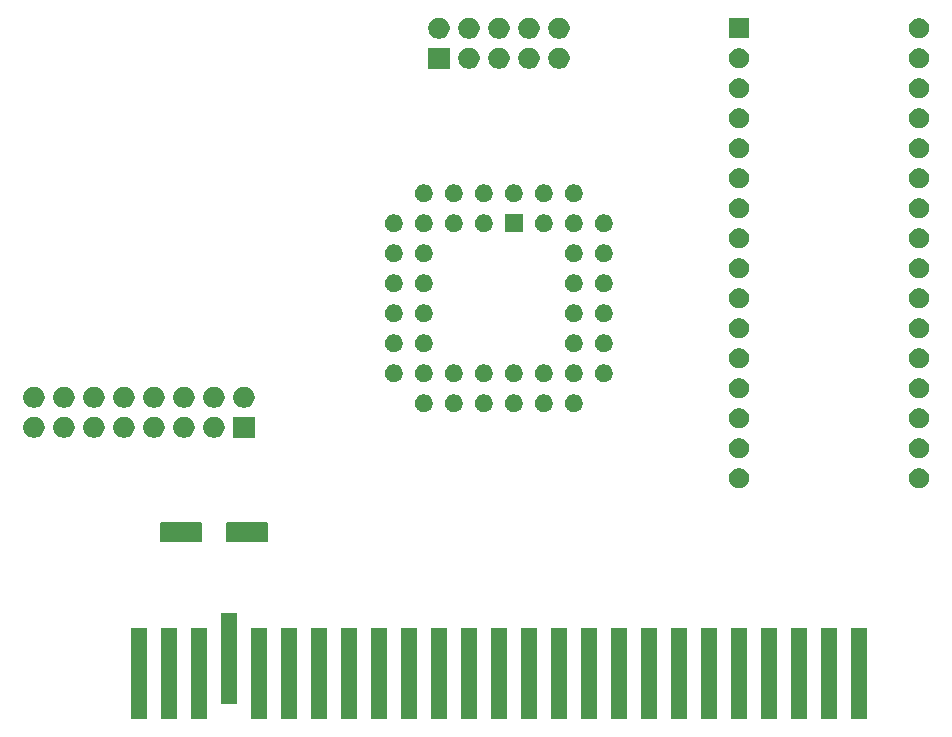
<source format=gbr>
G04 #@! TF.GenerationSoftware,KiCad,Pcbnew,(5.1.5-0-10_14)*
G04 #@! TF.CreationDate,2020-04-06T11:58:05+02:00*
G04 #@! TF.ProjectId,MSX USB Drive,4d535820-5553-4422-9044-726976652e6b,rev?*
G04 #@! TF.SameCoordinates,Original*
G04 #@! TF.FileFunction,Soldermask,Top*
G04 #@! TF.FilePolarity,Negative*
%FSLAX46Y46*%
G04 Gerber Fmt 4.6, Leading zero omitted, Abs format (unit mm)*
G04 Created by KiCad (PCBNEW (5.1.5-0-10_14)) date 2020-04-06 11:58:05*
%MOMM*%
%LPD*%
G04 APERTURE LIST*
%ADD10C,0.100000*%
G04 APERTURE END LIST*
D10*
G36*
X676326000Y662635000D02*
G01*
X674954000Y662635000D01*
X674954000Y670357000D01*
X676326000Y670357000D01*
X676326000Y662635000D01*
G37*
G36*
X673786000Y662635000D02*
G01*
X672414000Y662635000D01*
X672414000Y670357000D01*
X673786000Y670357000D01*
X673786000Y662635000D01*
G37*
G36*
X671246000Y662635000D02*
G01*
X669874000Y662635000D01*
X669874000Y670357000D01*
X671246000Y670357000D01*
X671246000Y662635000D01*
G37*
G36*
X668706000Y662635000D02*
G01*
X667334000Y662635000D01*
X667334000Y670357000D01*
X668706000Y670357000D01*
X668706000Y662635000D01*
G37*
G36*
X666166000Y662635000D02*
G01*
X664794000Y662635000D01*
X664794000Y670357000D01*
X666166000Y670357000D01*
X666166000Y662635000D01*
G37*
G36*
X663626000Y662635000D02*
G01*
X662254000Y662635000D01*
X662254000Y670357000D01*
X663626000Y670357000D01*
X663626000Y662635000D01*
G37*
G36*
X661086000Y662635000D02*
G01*
X659714000Y662635000D01*
X659714000Y670357000D01*
X661086000Y670357000D01*
X661086000Y662635000D01*
G37*
G36*
X658546000Y662635000D02*
G01*
X657174000Y662635000D01*
X657174000Y670357000D01*
X658546000Y670357000D01*
X658546000Y662635000D01*
G37*
G36*
X656006000Y662635000D02*
G01*
X654634000Y662635000D01*
X654634000Y670357000D01*
X656006000Y670357000D01*
X656006000Y662635000D01*
G37*
G36*
X653466000Y662635000D02*
G01*
X652094000Y662635000D01*
X652094000Y670357000D01*
X653466000Y670357000D01*
X653466000Y662635000D01*
G37*
G36*
X650926000Y662635000D02*
G01*
X649554000Y662635000D01*
X649554000Y670357000D01*
X650926000Y670357000D01*
X650926000Y662635000D01*
G37*
G36*
X648386000Y662635000D02*
G01*
X647014000Y662635000D01*
X647014000Y670357000D01*
X648386000Y670357000D01*
X648386000Y662635000D01*
G37*
G36*
X645846000Y662635000D02*
G01*
X644474000Y662635000D01*
X644474000Y670357000D01*
X645846000Y670357000D01*
X645846000Y662635000D01*
G37*
G36*
X643306000Y662635000D02*
G01*
X641934000Y662635000D01*
X641934000Y670357000D01*
X643306000Y670357000D01*
X643306000Y662635000D01*
G37*
G36*
X640766000Y662635000D02*
G01*
X639394000Y662635000D01*
X639394000Y670357000D01*
X640766000Y670357000D01*
X640766000Y662635000D01*
G37*
G36*
X638226000Y662635000D02*
G01*
X636854000Y662635000D01*
X636854000Y670357000D01*
X638226000Y670357000D01*
X638226000Y662635000D01*
G37*
G36*
X635686000Y662635000D02*
G01*
X634314000Y662635000D01*
X634314000Y670357000D01*
X635686000Y670357000D01*
X635686000Y662635000D01*
G37*
G36*
X633146000Y662635000D02*
G01*
X631774000Y662635000D01*
X631774000Y670357000D01*
X633146000Y670357000D01*
X633146000Y662635000D01*
G37*
G36*
X630606000Y662635000D02*
G01*
X629234000Y662635000D01*
X629234000Y670357000D01*
X630606000Y670357000D01*
X630606000Y662635000D01*
G37*
G36*
X628066000Y662635000D02*
G01*
X626694000Y662635000D01*
X626694000Y670357000D01*
X628066000Y670357000D01*
X628066000Y662635000D01*
G37*
G36*
X625526000Y662635000D02*
G01*
X624154000Y662635000D01*
X624154000Y670357000D01*
X625526000Y670357000D01*
X625526000Y662635000D01*
G37*
G36*
X620446000Y662635000D02*
G01*
X619074000Y662635000D01*
X619074000Y670357000D01*
X620446000Y670357000D01*
X620446000Y662635000D01*
G37*
G36*
X617906000Y662635000D02*
G01*
X616534000Y662635000D01*
X616534000Y670357000D01*
X617906000Y670357000D01*
X617906000Y662635000D01*
G37*
G36*
X615366000Y662635000D02*
G01*
X613994000Y662635000D01*
X613994000Y670357000D01*
X615366000Y670357000D01*
X615366000Y662635000D01*
G37*
G36*
X622986000Y663905000D02*
G01*
X621614000Y663905000D01*
X621614000Y671627000D01*
X622986000Y671627000D01*
X622986000Y663905000D01*
G37*
G36*
X625485997Y679280949D02*
G01*
X625519652Y679270739D01*
X625550665Y679254162D01*
X625577851Y679231851D01*
X625600162Y679204665D01*
X625616739Y679173652D01*
X625626949Y679139997D01*
X625631000Y679098862D01*
X625631000Y677769138D01*
X625626949Y677728003D01*
X625616739Y677694348D01*
X625600162Y677663335D01*
X625577851Y677636149D01*
X625550665Y677613838D01*
X625519652Y677597261D01*
X625485997Y677587051D01*
X625444862Y677583000D01*
X622215138Y677583000D01*
X622174003Y677587051D01*
X622140348Y677597261D01*
X622109335Y677613838D01*
X622082149Y677636149D01*
X622059838Y677663335D01*
X622043261Y677694348D01*
X622033051Y677728003D01*
X622029000Y677769138D01*
X622029000Y679098862D01*
X622033051Y679139997D01*
X622043261Y679173652D01*
X622059838Y679204665D01*
X622082149Y679231851D01*
X622109335Y679254162D01*
X622140348Y679270739D01*
X622174003Y679280949D01*
X622215138Y679285000D01*
X625444862Y679285000D01*
X625485997Y679280949D01*
G37*
G36*
X619885997Y679280949D02*
G01*
X619919652Y679270739D01*
X619950665Y679254162D01*
X619977851Y679231851D01*
X620000162Y679204665D01*
X620016739Y679173652D01*
X620026949Y679139997D01*
X620031000Y679098862D01*
X620031000Y677769138D01*
X620026949Y677728003D01*
X620016739Y677694348D01*
X620000162Y677663335D01*
X619977851Y677636149D01*
X619950665Y677613838D01*
X619919652Y677597261D01*
X619885997Y677587051D01*
X619844862Y677583000D01*
X616615138Y677583000D01*
X616574003Y677587051D01*
X616540348Y677597261D01*
X616509335Y677613838D01*
X616482149Y677636149D01*
X616459838Y677663335D01*
X616443261Y677694348D01*
X616433051Y677728003D01*
X616429000Y677769138D01*
X616429000Y679098862D01*
X616433051Y679139997D01*
X616443261Y679173652D01*
X616459838Y679204665D01*
X616482149Y679231851D01*
X616509335Y679254162D01*
X616540348Y679270739D01*
X616574003Y679280949D01*
X616615138Y679285000D01*
X619844862Y679285000D01*
X619885997Y679280949D01*
G37*
G36*
X665728228Y683824297D02*
G01*
X665883100Y683760147D01*
X666022481Y683667015D01*
X666141015Y683548481D01*
X666234147Y683409100D01*
X666298297Y683254228D01*
X666331000Y683089816D01*
X666331000Y682922184D01*
X666298297Y682757772D01*
X666234147Y682602900D01*
X666141015Y682463519D01*
X666022481Y682344985D01*
X665883100Y682251853D01*
X665728228Y682187703D01*
X665563816Y682155000D01*
X665396184Y682155000D01*
X665231772Y682187703D01*
X665076900Y682251853D01*
X664937519Y682344985D01*
X664818985Y682463519D01*
X664725853Y682602900D01*
X664661703Y682757772D01*
X664629000Y682922184D01*
X664629000Y683089816D01*
X664661703Y683254228D01*
X664725853Y683409100D01*
X664818985Y683548481D01*
X664937519Y683667015D01*
X665076900Y683760147D01*
X665231772Y683824297D01*
X665396184Y683857000D01*
X665563816Y683857000D01*
X665728228Y683824297D01*
G37*
G36*
X680968228Y683824297D02*
G01*
X681123100Y683760147D01*
X681262481Y683667015D01*
X681381015Y683548481D01*
X681474147Y683409100D01*
X681538297Y683254228D01*
X681571000Y683089816D01*
X681571000Y682922184D01*
X681538297Y682757772D01*
X681474147Y682602900D01*
X681381015Y682463519D01*
X681262481Y682344985D01*
X681123100Y682251853D01*
X680968228Y682187703D01*
X680803816Y682155000D01*
X680636184Y682155000D01*
X680471772Y682187703D01*
X680316900Y682251853D01*
X680177519Y682344985D01*
X680058985Y682463519D01*
X679965853Y682602900D01*
X679901703Y682757772D01*
X679869000Y682922184D01*
X679869000Y683089816D01*
X679901703Y683254228D01*
X679965853Y683409100D01*
X680058985Y683548481D01*
X680177519Y683667015D01*
X680316900Y683760147D01*
X680471772Y683824297D01*
X680636184Y683857000D01*
X680803816Y683857000D01*
X680968228Y683824297D01*
G37*
G36*
X665728228Y686364297D02*
G01*
X665883100Y686300147D01*
X666022481Y686207015D01*
X666141015Y686088481D01*
X666234147Y685949100D01*
X666298297Y685794228D01*
X666331000Y685629816D01*
X666331000Y685462184D01*
X666298297Y685297772D01*
X666234147Y685142900D01*
X666141015Y685003519D01*
X666022481Y684884985D01*
X665883100Y684791853D01*
X665728228Y684727703D01*
X665563816Y684695000D01*
X665396184Y684695000D01*
X665231772Y684727703D01*
X665076900Y684791853D01*
X664937519Y684884985D01*
X664818985Y685003519D01*
X664725853Y685142900D01*
X664661703Y685297772D01*
X664629000Y685462184D01*
X664629000Y685629816D01*
X664661703Y685794228D01*
X664725853Y685949100D01*
X664818985Y686088481D01*
X664937519Y686207015D01*
X665076900Y686300147D01*
X665231772Y686364297D01*
X665396184Y686397000D01*
X665563816Y686397000D01*
X665728228Y686364297D01*
G37*
G36*
X680968228Y686364297D02*
G01*
X681123100Y686300147D01*
X681262481Y686207015D01*
X681381015Y686088481D01*
X681474147Y685949100D01*
X681538297Y685794228D01*
X681571000Y685629816D01*
X681571000Y685462184D01*
X681538297Y685297772D01*
X681474147Y685142900D01*
X681381015Y685003519D01*
X681262481Y684884985D01*
X681123100Y684791853D01*
X680968228Y684727703D01*
X680803816Y684695000D01*
X680636184Y684695000D01*
X680471772Y684727703D01*
X680316900Y684791853D01*
X680177519Y684884985D01*
X680058985Y685003519D01*
X679965853Y685142900D01*
X679901703Y685297772D01*
X679869000Y685462184D01*
X679869000Y685629816D01*
X679901703Y685794228D01*
X679965853Y685949100D01*
X680058985Y686088481D01*
X680177519Y686207015D01*
X680316900Y686300147D01*
X680471772Y686364297D01*
X680636184Y686397000D01*
X680803816Y686397000D01*
X680968228Y686364297D01*
G37*
G36*
X613523512Y688220073D02*
G01*
X613672812Y688190376D01*
X613836784Y688122456D01*
X613984354Y688023853D01*
X614109853Y687898354D01*
X614208456Y687750784D01*
X614276376Y687586812D01*
X614306073Y687437512D01*
X614311000Y687412742D01*
X614311000Y687235258D01*
X614306073Y687210488D01*
X614276376Y687061188D01*
X614208456Y686897216D01*
X614109853Y686749646D01*
X613984354Y686624147D01*
X613836784Y686525544D01*
X613672812Y686457624D01*
X613523512Y686427927D01*
X613498742Y686423000D01*
X613321258Y686423000D01*
X613296488Y686427927D01*
X613147188Y686457624D01*
X612983216Y686525544D01*
X612835646Y686624147D01*
X612710147Y686749646D01*
X612611544Y686897216D01*
X612543624Y687061188D01*
X612513927Y687210488D01*
X612509000Y687235258D01*
X612509000Y687412742D01*
X612513927Y687437512D01*
X612543624Y687586812D01*
X612611544Y687750784D01*
X612710147Y687898354D01*
X612835646Y688023853D01*
X612983216Y688122456D01*
X613147188Y688190376D01*
X613296488Y688220073D01*
X613321258Y688225000D01*
X613498742Y688225000D01*
X613523512Y688220073D01*
G37*
G36*
X605903512Y688220073D02*
G01*
X606052812Y688190376D01*
X606216784Y688122456D01*
X606364354Y688023853D01*
X606489853Y687898354D01*
X606588456Y687750784D01*
X606656376Y687586812D01*
X606686073Y687437512D01*
X606691000Y687412742D01*
X606691000Y687235258D01*
X606686073Y687210488D01*
X606656376Y687061188D01*
X606588456Y686897216D01*
X606489853Y686749646D01*
X606364354Y686624147D01*
X606216784Y686525544D01*
X606052812Y686457624D01*
X605903512Y686427927D01*
X605878742Y686423000D01*
X605701258Y686423000D01*
X605676488Y686427927D01*
X605527188Y686457624D01*
X605363216Y686525544D01*
X605215646Y686624147D01*
X605090147Y686749646D01*
X604991544Y686897216D01*
X604923624Y687061188D01*
X604893927Y687210488D01*
X604889000Y687235258D01*
X604889000Y687412742D01*
X604893927Y687437512D01*
X604923624Y687586812D01*
X604991544Y687750784D01*
X605090147Y687898354D01*
X605215646Y688023853D01*
X605363216Y688122456D01*
X605527188Y688190376D01*
X605676488Y688220073D01*
X605701258Y688225000D01*
X605878742Y688225000D01*
X605903512Y688220073D01*
G37*
G36*
X608443512Y688220073D02*
G01*
X608592812Y688190376D01*
X608756784Y688122456D01*
X608904354Y688023853D01*
X609029853Y687898354D01*
X609128456Y687750784D01*
X609196376Y687586812D01*
X609226073Y687437512D01*
X609231000Y687412742D01*
X609231000Y687235258D01*
X609226073Y687210488D01*
X609196376Y687061188D01*
X609128456Y686897216D01*
X609029853Y686749646D01*
X608904354Y686624147D01*
X608756784Y686525544D01*
X608592812Y686457624D01*
X608443512Y686427927D01*
X608418742Y686423000D01*
X608241258Y686423000D01*
X608216488Y686427927D01*
X608067188Y686457624D01*
X607903216Y686525544D01*
X607755646Y686624147D01*
X607630147Y686749646D01*
X607531544Y686897216D01*
X607463624Y687061188D01*
X607433927Y687210488D01*
X607429000Y687235258D01*
X607429000Y687412742D01*
X607433927Y687437512D01*
X607463624Y687586812D01*
X607531544Y687750784D01*
X607630147Y687898354D01*
X607755646Y688023853D01*
X607903216Y688122456D01*
X608067188Y688190376D01*
X608216488Y688220073D01*
X608241258Y688225000D01*
X608418742Y688225000D01*
X608443512Y688220073D01*
G37*
G36*
X610983512Y688220073D02*
G01*
X611132812Y688190376D01*
X611296784Y688122456D01*
X611444354Y688023853D01*
X611569853Y687898354D01*
X611668456Y687750784D01*
X611736376Y687586812D01*
X611766073Y687437512D01*
X611771000Y687412742D01*
X611771000Y687235258D01*
X611766073Y687210488D01*
X611736376Y687061188D01*
X611668456Y686897216D01*
X611569853Y686749646D01*
X611444354Y686624147D01*
X611296784Y686525544D01*
X611132812Y686457624D01*
X610983512Y686427927D01*
X610958742Y686423000D01*
X610781258Y686423000D01*
X610756488Y686427927D01*
X610607188Y686457624D01*
X610443216Y686525544D01*
X610295646Y686624147D01*
X610170147Y686749646D01*
X610071544Y686897216D01*
X610003624Y687061188D01*
X609973927Y687210488D01*
X609969000Y687235258D01*
X609969000Y687412742D01*
X609973927Y687437512D01*
X610003624Y687586812D01*
X610071544Y687750784D01*
X610170147Y687898354D01*
X610295646Y688023853D01*
X610443216Y688122456D01*
X610607188Y688190376D01*
X610756488Y688220073D01*
X610781258Y688225000D01*
X610958742Y688225000D01*
X610983512Y688220073D01*
G37*
G36*
X616063512Y688220073D02*
G01*
X616212812Y688190376D01*
X616376784Y688122456D01*
X616524354Y688023853D01*
X616649853Y687898354D01*
X616748456Y687750784D01*
X616816376Y687586812D01*
X616846073Y687437512D01*
X616851000Y687412742D01*
X616851000Y687235258D01*
X616846073Y687210488D01*
X616816376Y687061188D01*
X616748456Y686897216D01*
X616649853Y686749646D01*
X616524354Y686624147D01*
X616376784Y686525544D01*
X616212812Y686457624D01*
X616063512Y686427927D01*
X616038742Y686423000D01*
X615861258Y686423000D01*
X615836488Y686427927D01*
X615687188Y686457624D01*
X615523216Y686525544D01*
X615375646Y686624147D01*
X615250147Y686749646D01*
X615151544Y686897216D01*
X615083624Y687061188D01*
X615053927Y687210488D01*
X615049000Y687235258D01*
X615049000Y687412742D01*
X615053927Y687437512D01*
X615083624Y687586812D01*
X615151544Y687750784D01*
X615250147Y687898354D01*
X615375646Y688023853D01*
X615523216Y688122456D01*
X615687188Y688190376D01*
X615836488Y688220073D01*
X615861258Y688225000D01*
X616038742Y688225000D01*
X616063512Y688220073D01*
G37*
G36*
X618603512Y688220073D02*
G01*
X618752812Y688190376D01*
X618916784Y688122456D01*
X619064354Y688023853D01*
X619189853Y687898354D01*
X619288456Y687750784D01*
X619356376Y687586812D01*
X619386073Y687437512D01*
X619391000Y687412742D01*
X619391000Y687235258D01*
X619386073Y687210488D01*
X619356376Y687061188D01*
X619288456Y686897216D01*
X619189853Y686749646D01*
X619064354Y686624147D01*
X618916784Y686525544D01*
X618752812Y686457624D01*
X618603512Y686427927D01*
X618578742Y686423000D01*
X618401258Y686423000D01*
X618376488Y686427927D01*
X618227188Y686457624D01*
X618063216Y686525544D01*
X617915646Y686624147D01*
X617790147Y686749646D01*
X617691544Y686897216D01*
X617623624Y687061188D01*
X617593927Y687210488D01*
X617589000Y687235258D01*
X617589000Y687412742D01*
X617593927Y687437512D01*
X617623624Y687586812D01*
X617691544Y687750784D01*
X617790147Y687898354D01*
X617915646Y688023853D01*
X618063216Y688122456D01*
X618227188Y688190376D01*
X618376488Y688220073D01*
X618401258Y688225000D01*
X618578742Y688225000D01*
X618603512Y688220073D01*
G37*
G36*
X621143512Y688220073D02*
G01*
X621292812Y688190376D01*
X621456784Y688122456D01*
X621604354Y688023853D01*
X621729853Y687898354D01*
X621828456Y687750784D01*
X621896376Y687586812D01*
X621926073Y687437512D01*
X621931000Y687412742D01*
X621931000Y687235258D01*
X621926073Y687210488D01*
X621896376Y687061188D01*
X621828456Y686897216D01*
X621729853Y686749646D01*
X621604354Y686624147D01*
X621456784Y686525544D01*
X621292812Y686457624D01*
X621143512Y686427927D01*
X621118742Y686423000D01*
X620941258Y686423000D01*
X620916488Y686427927D01*
X620767188Y686457624D01*
X620603216Y686525544D01*
X620455646Y686624147D01*
X620330147Y686749646D01*
X620231544Y686897216D01*
X620163624Y687061188D01*
X620133927Y687210488D01*
X620129000Y687235258D01*
X620129000Y687412742D01*
X620133927Y687437512D01*
X620163624Y687586812D01*
X620231544Y687750784D01*
X620330147Y687898354D01*
X620455646Y688023853D01*
X620603216Y688122456D01*
X620767188Y688190376D01*
X620916488Y688220073D01*
X620941258Y688225000D01*
X621118742Y688225000D01*
X621143512Y688220073D01*
G37*
G36*
X624471000Y686423000D02*
G01*
X622669000Y686423000D01*
X622669000Y688225000D01*
X624471000Y688225000D01*
X624471000Y686423000D01*
G37*
G36*
X680968228Y688904297D02*
G01*
X681123100Y688840147D01*
X681262481Y688747015D01*
X681381015Y688628481D01*
X681474147Y688489100D01*
X681538297Y688334228D01*
X681571000Y688169816D01*
X681571000Y688002184D01*
X681538297Y687837772D01*
X681474147Y687682900D01*
X681381015Y687543519D01*
X681262481Y687424985D01*
X681123100Y687331853D01*
X680968228Y687267703D01*
X680803816Y687235000D01*
X680636184Y687235000D01*
X680471772Y687267703D01*
X680316900Y687331853D01*
X680177519Y687424985D01*
X680058985Y687543519D01*
X679965853Y687682900D01*
X679901703Y687837772D01*
X679869000Y688002184D01*
X679869000Y688169816D01*
X679901703Y688334228D01*
X679965853Y688489100D01*
X680058985Y688628481D01*
X680177519Y688747015D01*
X680316900Y688840147D01*
X680471772Y688904297D01*
X680636184Y688937000D01*
X680803816Y688937000D01*
X680968228Y688904297D01*
G37*
G36*
X665728228Y688904297D02*
G01*
X665883100Y688840147D01*
X666022481Y688747015D01*
X666141015Y688628481D01*
X666234147Y688489100D01*
X666298297Y688334228D01*
X666331000Y688169816D01*
X666331000Y688002184D01*
X666298297Y687837772D01*
X666234147Y687682900D01*
X666141015Y687543519D01*
X666022481Y687424985D01*
X665883100Y687331853D01*
X665728228Y687267703D01*
X665563816Y687235000D01*
X665396184Y687235000D01*
X665231772Y687267703D01*
X665076900Y687331853D01*
X664937519Y687424985D01*
X664818985Y687543519D01*
X664725853Y687682900D01*
X664661703Y687837772D01*
X664629000Y688002184D01*
X664629000Y688169816D01*
X664661703Y688334228D01*
X664725853Y688489100D01*
X664818985Y688628481D01*
X664937519Y688747015D01*
X665076900Y688840147D01*
X665231772Y688904297D01*
X665396184Y688937000D01*
X665563816Y688937000D01*
X665728228Y688904297D01*
G37*
G36*
X641444425Y690101401D02*
G01*
X641568621Y690076698D01*
X641705022Y690020199D01*
X641827779Y689938175D01*
X641932175Y689833779D01*
X642014199Y689711022D01*
X642070698Y689574621D01*
X642099500Y689429819D01*
X642099500Y689282181D01*
X642070698Y689137379D01*
X642014199Y689000978D01*
X641932175Y688878221D01*
X641827779Y688773825D01*
X641705022Y688691801D01*
X641568621Y688635302D01*
X641444425Y688610599D01*
X641423820Y688606500D01*
X641276180Y688606500D01*
X641255575Y688610599D01*
X641131379Y688635302D01*
X640994978Y688691801D01*
X640872221Y688773825D01*
X640767825Y688878221D01*
X640685801Y689000978D01*
X640629302Y689137379D01*
X640600500Y689282181D01*
X640600500Y689429819D01*
X640629302Y689574621D01*
X640685801Y689711022D01*
X640767825Y689833779D01*
X640872221Y689938175D01*
X640994978Y690020199D01*
X641131379Y690076698D01*
X641255575Y690101401D01*
X641276180Y690105500D01*
X641423820Y690105500D01*
X641444425Y690101401D01*
G37*
G36*
X638904425Y690101401D02*
G01*
X639028621Y690076698D01*
X639165022Y690020199D01*
X639287779Y689938175D01*
X639392175Y689833779D01*
X639474199Y689711022D01*
X639530698Y689574621D01*
X639559500Y689429819D01*
X639559500Y689282181D01*
X639530698Y689137379D01*
X639474199Y689000978D01*
X639392175Y688878221D01*
X639287779Y688773825D01*
X639165022Y688691801D01*
X639028621Y688635302D01*
X638904425Y688610599D01*
X638883820Y688606500D01*
X638736180Y688606500D01*
X638715575Y688610599D01*
X638591379Y688635302D01*
X638454978Y688691801D01*
X638332221Y688773825D01*
X638227825Y688878221D01*
X638145801Y689000978D01*
X638089302Y689137379D01*
X638060500Y689282181D01*
X638060500Y689429819D01*
X638089302Y689574621D01*
X638145801Y689711022D01*
X638227825Y689833779D01*
X638332221Y689938175D01*
X638454978Y690020199D01*
X638591379Y690076698D01*
X638715575Y690101401D01*
X638736180Y690105500D01*
X638883820Y690105500D01*
X638904425Y690101401D01*
G37*
G36*
X651604425Y690101401D02*
G01*
X651728621Y690076698D01*
X651865022Y690020199D01*
X651987779Y689938175D01*
X652092175Y689833779D01*
X652174199Y689711022D01*
X652230698Y689574621D01*
X652259500Y689429819D01*
X652259500Y689282181D01*
X652230698Y689137379D01*
X652174199Y689000978D01*
X652092175Y688878221D01*
X651987779Y688773825D01*
X651865022Y688691801D01*
X651728621Y688635302D01*
X651604425Y688610599D01*
X651583820Y688606500D01*
X651436180Y688606500D01*
X651415575Y688610599D01*
X651291379Y688635302D01*
X651154978Y688691801D01*
X651032221Y688773825D01*
X650927825Y688878221D01*
X650845801Y689000978D01*
X650789302Y689137379D01*
X650760500Y689282181D01*
X650760500Y689429819D01*
X650789302Y689574621D01*
X650845801Y689711022D01*
X650927825Y689833779D01*
X651032221Y689938175D01*
X651154978Y690020199D01*
X651291379Y690076698D01*
X651415575Y690101401D01*
X651436180Y690105500D01*
X651583820Y690105500D01*
X651604425Y690101401D01*
G37*
G36*
X649064425Y690101401D02*
G01*
X649188621Y690076698D01*
X649325022Y690020199D01*
X649447779Y689938175D01*
X649552175Y689833779D01*
X649634199Y689711022D01*
X649690698Y689574621D01*
X649719500Y689429819D01*
X649719500Y689282181D01*
X649690698Y689137379D01*
X649634199Y689000978D01*
X649552175Y688878221D01*
X649447779Y688773825D01*
X649325022Y688691801D01*
X649188621Y688635302D01*
X649064425Y688610599D01*
X649043820Y688606500D01*
X648896180Y688606500D01*
X648875575Y688610599D01*
X648751379Y688635302D01*
X648614978Y688691801D01*
X648492221Y688773825D01*
X648387825Y688878221D01*
X648305801Y689000978D01*
X648249302Y689137379D01*
X648220500Y689282181D01*
X648220500Y689429819D01*
X648249302Y689574621D01*
X648305801Y689711022D01*
X648387825Y689833779D01*
X648492221Y689938175D01*
X648614978Y690020199D01*
X648751379Y690076698D01*
X648875575Y690101401D01*
X648896180Y690105500D01*
X649043820Y690105500D01*
X649064425Y690101401D01*
G37*
G36*
X646524425Y690101401D02*
G01*
X646648621Y690076698D01*
X646785022Y690020199D01*
X646907779Y689938175D01*
X647012175Y689833779D01*
X647094199Y689711022D01*
X647150698Y689574621D01*
X647179500Y689429819D01*
X647179500Y689282181D01*
X647150698Y689137379D01*
X647094199Y689000978D01*
X647012175Y688878221D01*
X646907779Y688773825D01*
X646785022Y688691801D01*
X646648621Y688635302D01*
X646524425Y688610599D01*
X646503820Y688606500D01*
X646356180Y688606500D01*
X646335575Y688610599D01*
X646211379Y688635302D01*
X646074978Y688691801D01*
X645952221Y688773825D01*
X645847825Y688878221D01*
X645765801Y689000978D01*
X645709302Y689137379D01*
X645680500Y689282181D01*
X645680500Y689429819D01*
X645709302Y689574621D01*
X645765801Y689711022D01*
X645847825Y689833779D01*
X645952221Y689938175D01*
X646074978Y690020199D01*
X646211379Y690076698D01*
X646335575Y690101401D01*
X646356180Y690105500D01*
X646503820Y690105500D01*
X646524425Y690101401D01*
G37*
G36*
X643984425Y690101401D02*
G01*
X644108621Y690076698D01*
X644245022Y690020199D01*
X644367779Y689938175D01*
X644472175Y689833779D01*
X644554199Y689711022D01*
X644610698Y689574621D01*
X644639500Y689429819D01*
X644639500Y689282181D01*
X644610698Y689137379D01*
X644554199Y689000978D01*
X644472175Y688878221D01*
X644367779Y688773825D01*
X644245022Y688691801D01*
X644108621Y688635302D01*
X643984425Y688610599D01*
X643963820Y688606500D01*
X643816180Y688606500D01*
X643795575Y688610599D01*
X643671379Y688635302D01*
X643534978Y688691801D01*
X643412221Y688773825D01*
X643307825Y688878221D01*
X643225801Y689000978D01*
X643169302Y689137379D01*
X643140500Y689282181D01*
X643140500Y689429819D01*
X643169302Y689574621D01*
X643225801Y689711022D01*
X643307825Y689833779D01*
X643412221Y689938175D01*
X643534978Y690020199D01*
X643671379Y690076698D01*
X643795575Y690101401D01*
X643816180Y690105500D01*
X643963820Y690105500D01*
X643984425Y690101401D01*
G37*
G36*
X621143512Y690760073D02*
G01*
X621292812Y690730376D01*
X621456784Y690662456D01*
X621604354Y690563853D01*
X621729853Y690438354D01*
X621828456Y690290784D01*
X621896376Y690126812D01*
X621917582Y690020199D01*
X621931000Y689952742D01*
X621931000Y689775258D01*
X621926073Y689750488D01*
X621896376Y689601188D01*
X621828456Y689437216D01*
X621729853Y689289646D01*
X621604354Y689164147D01*
X621456784Y689065544D01*
X621292812Y688997624D01*
X621143512Y688967927D01*
X621118742Y688963000D01*
X620941258Y688963000D01*
X620916488Y688967927D01*
X620767188Y688997624D01*
X620603216Y689065544D01*
X620455646Y689164147D01*
X620330147Y689289646D01*
X620231544Y689437216D01*
X620163624Y689601188D01*
X620133927Y689750488D01*
X620129000Y689775258D01*
X620129000Y689952742D01*
X620142418Y690020199D01*
X620163624Y690126812D01*
X620231544Y690290784D01*
X620330147Y690438354D01*
X620455646Y690563853D01*
X620603216Y690662456D01*
X620767188Y690730376D01*
X620916488Y690760073D01*
X620941258Y690765000D01*
X621118742Y690765000D01*
X621143512Y690760073D01*
G37*
G36*
X605903512Y690760073D02*
G01*
X606052812Y690730376D01*
X606216784Y690662456D01*
X606364354Y690563853D01*
X606489853Y690438354D01*
X606588456Y690290784D01*
X606656376Y690126812D01*
X606677582Y690020199D01*
X606691000Y689952742D01*
X606691000Y689775258D01*
X606686073Y689750488D01*
X606656376Y689601188D01*
X606588456Y689437216D01*
X606489853Y689289646D01*
X606364354Y689164147D01*
X606216784Y689065544D01*
X606052812Y688997624D01*
X605903512Y688967927D01*
X605878742Y688963000D01*
X605701258Y688963000D01*
X605676488Y688967927D01*
X605527188Y688997624D01*
X605363216Y689065544D01*
X605215646Y689164147D01*
X605090147Y689289646D01*
X604991544Y689437216D01*
X604923624Y689601188D01*
X604893927Y689750488D01*
X604889000Y689775258D01*
X604889000Y689952742D01*
X604902418Y690020199D01*
X604923624Y690126812D01*
X604991544Y690290784D01*
X605090147Y690438354D01*
X605215646Y690563853D01*
X605363216Y690662456D01*
X605527188Y690730376D01*
X605676488Y690760073D01*
X605701258Y690765000D01*
X605878742Y690765000D01*
X605903512Y690760073D01*
G37*
G36*
X623683512Y690760073D02*
G01*
X623832812Y690730376D01*
X623996784Y690662456D01*
X624144354Y690563853D01*
X624269853Y690438354D01*
X624368456Y690290784D01*
X624436376Y690126812D01*
X624457582Y690020199D01*
X624471000Y689952742D01*
X624471000Y689775258D01*
X624466073Y689750488D01*
X624436376Y689601188D01*
X624368456Y689437216D01*
X624269853Y689289646D01*
X624144354Y689164147D01*
X623996784Y689065544D01*
X623832812Y688997624D01*
X623683512Y688967927D01*
X623658742Y688963000D01*
X623481258Y688963000D01*
X623456488Y688967927D01*
X623307188Y688997624D01*
X623143216Y689065544D01*
X622995646Y689164147D01*
X622870147Y689289646D01*
X622771544Y689437216D01*
X622703624Y689601188D01*
X622673927Y689750488D01*
X622669000Y689775258D01*
X622669000Y689952742D01*
X622682418Y690020199D01*
X622703624Y690126812D01*
X622771544Y690290784D01*
X622870147Y690438354D01*
X622995646Y690563853D01*
X623143216Y690662456D01*
X623307188Y690730376D01*
X623456488Y690760073D01*
X623481258Y690765000D01*
X623658742Y690765000D01*
X623683512Y690760073D01*
G37*
G36*
X608443512Y690760073D02*
G01*
X608592812Y690730376D01*
X608756784Y690662456D01*
X608904354Y690563853D01*
X609029853Y690438354D01*
X609128456Y690290784D01*
X609196376Y690126812D01*
X609217582Y690020199D01*
X609231000Y689952742D01*
X609231000Y689775258D01*
X609226073Y689750488D01*
X609196376Y689601188D01*
X609128456Y689437216D01*
X609029853Y689289646D01*
X608904354Y689164147D01*
X608756784Y689065544D01*
X608592812Y688997624D01*
X608443512Y688967927D01*
X608418742Y688963000D01*
X608241258Y688963000D01*
X608216488Y688967927D01*
X608067188Y688997624D01*
X607903216Y689065544D01*
X607755646Y689164147D01*
X607630147Y689289646D01*
X607531544Y689437216D01*
X607463624Y689601188D01*
X607433927Y689750488D01*
X607429000Y689775258D01*
X607429000Y689952742D01*
X607442418Y690020199D01*
X607463624Y690126812D01*
X607531544Y690290784D01*
X607630147Y690438354D01*
X607755646Y690563853D01*
X607903216Y690662456D01*
X608067188Y690730376D01*
X608216488Y690760073D01*
X608241258Y690765000D01*
X608418742Y690765000D01*
X608443512Y690760073D01*
G37*
G36*
X610983512Y690760073D02*
G01*
X611132812Y690730376D01*
X611296784Y690662456D01*
X611444354Y690563853D01*
X611569853Y690438354D01*
X611668456Y690290784D01*
X611736376Y690126812D01*
X611757582Y690020199D01*
X611771000Y689952742D01*
X611771000Y689775258D01*
X611766073Y689750488D01*
X611736376Y689601188D01*
X611668456Y689437216D01*
X611569853Y689289646D01*
X611444354Y689164147D01*
X611296784Y689065544D01*
X611132812Y688997624D01*
X610983512Y688967927D01*
X610958742Y688963000D01*
X610781258Y688963000D01*
X610756488Y688967927D01*
X610607188Y688997624D01*
X610443216Y689065544D01*
X610295646Y689164147D01*
X610170147Y689289646D01*
X610071544Y689437216D01*
X610003624Y689601188D01*
X609973927Y689750488D01*
X609969000Y689775258D01*
X609969000Y689952742D01*
X609982418Y690020199D01*
X610003624Y690126812D01*
X610071544Y690290784D01*
X610170147Y690438354D01*
X610295646Y690563853D01*
X610443216Y690662456D01*
X610607188Y690730376D01*
X610756488Y690760073D01*
X610781258Y690765000D01*
X610958742Y690765000D01*
X610983512Y690760073D01*
G37*
G36*
X613523512Y690760073D02*
G01*
X613672812Y690730376D01*
X613836784Y690662456D01*
X613984354Y690563853D01*
X614109853Y690438354D01*
X614208456Y690290784D01*
X614276376Y690126812D01*
X614297582Y690020199D01*
X614311000Y689952742D01*
X614311000Y689775258D01*
X614306073Y689750488D01*
X614276376Y689601188D01*
X614208456Y689437216D01*
X614109853Y689289646D01*
X613984354Y689164147D01*
X613836784Y689065544D01*
X613672812Y688997624D01*
X613523512Y688967927D01*
X613498742Y688963000D01*
X613321258Y688963000D01*
X613296488Y688967927D01*
X613147188Y688997624D01*
X612983216Y689065544D01*
X612835646Y689164147D01*
X612710147Y689289646D01*
X612611544Y689437216D01*
X612543624Y689601188D01*
X612513927Y689750488D01*
X612509000Y689775258D01*
X612509000Y689952742D01*
X612522418Y690020199D01*
X612543624Y690126812D01*
X612611544Y690290784D01*
X612710147Y690438354D01*
X612835646Y690563853D01*
X612983216Y690662456D01*
X613147188Y690730376D01*
X613296488Y690760073D01*
X613321258Y690765000D01*
X613498742Y690765000D01*
X613523512Y690760073D01*
G37*
G36*
X616063512Y690760073D02*
G01*
X616212812Y690730376D01*
X616376784Y690662456D01*
X616524354Y690563853D01*
X616649853Y690438354D01*
X616748456Y690290784D01*
X616816376Y690126812D01*
X616837582Y690020199D01*
X616851000Y689952742D01*
X616851000Y689775258D01*
X616846073Y689750488D01*
X616816376Y689601188D01*
X616748456Y689437216D01*
X616649853Y689289646D01*
X616524354Y689164147D01*
X616376784Y689065544D01*
X616212812Y688997624D01*
X616063512Y688967927D01*
X616038742Y688963000D01*
X615861258Y688963000D01*
X615836488Y688967927D01*
X615687188Y688997624D01*
X615523216Y689065544D01*
X615375646Y689164147D01*
X615250147Y689289646D01*
X615151544Y689437216D01*
X615083624Y689601188D01*
X615053927Y689750488D01*
X615049000Y689775258D01*
X615049000Y689952742D01*
X615062418Y690020199D01*
X615083624Y690126812D01*
X615151544Y690290784D01*
X615250147Y690438354D01*
X615375646Y690563853D01*
X615523216Y690662456D01*
X615687188Y690730376D01*
X615836488Y690760073D01*
X615861258Y690765000D01*
X616038742Y690765000D01*
X616063512Y690760073D01*
G37*
G36*
X618603512Y690760073D02*
G01*
X618752812Y690730376D01*
X618916784Y690662456D01*
X619064354Y690563853D01*
X619189853Y690438354D01*
X619288456Y690290784D01*
X619356376Y690126812D01*
X619377582Y690020199D01*
X619391000Y689952742D01*
X619391000Y689775258D01*
X619386073Y689750488D01*
X619356376Y689601188D01*
X619288456Y689437216D01*
X619189853Y689289646D01*
X619064354Y689164147D01*
X618916784Y689065544D01*
X618752812Y688997624D01*
X618603512Y688967927D01*
X618578742Y688963000D01*
X618401258Y688963000D01*
X618376488Y688967927D01*
X618227188Y688997624D01*
X618063216Y689065544D01*
X617915646Y689164147D01*
X617790147Y689289646D01*
X617691544Y689437216D01*
X617623624Y689601188D01*
X617593927Y689750488D01*
X617589000Y689775258D01*
X617589000Y689952742D01*
X617602418Y690020199D01*
X617623624Y690126812D01*
X617691544Y690290784D01*
X617790147Y690438354D01*
X617915646Y690563853D01*
X618063216Y690662456D01*
X618227188Y690730376D01*
X618376488Y690760073D01*
X618401258Y690765000D01*
X618578742Y690765000D01*
X618603512Y690760073D01*
G37*
G36*
X665728228Y691444297D02*
G01*
X665883100Y691380147D01*
X666022481Y691287015D01*
X666141015Y691168481D01*
X666234147Y691029100D01*
X666298297Y690874228D01*
X666331000Y690709816D01*
X666331000Y690542184D01*
X666298297Y690377772D01*
X666234147Y690222900D01*
X666141015Y690083519D01*
X666022481Y689964985D01*
X665883100Y689871853D01*
X665728228Y689807703D01*
X665563816Y689775000D01*
X665396184Y689775000D01*
X665231772Y689807703D01*
X665076900Y689871853D01*
X664937519Y689964985D01*
X664818985Y690083519D01*
X664725853Y690222900D01*
X664661703Y690377772D01*
X664629000Y690542184D01*
X664629000Y690709816D01*
X664661703Y690874228D01*
X664725853Y691029100D01*
X664818985Y691168481D01*
X664937519Y691287015D01*
X665076900Y691380147D01*
X665231772Y691444297D01*
X665396184Y691477000D01*
X665563816Y691477000D01*
X665728228Y691444297D01*
G37*
G36*
X680968228Y691444297D02*
G01*
X681123100Y691380147D01*
X681262481Y691287015D01*
X681381015Y691168481D01*
X681474147Y691029100D01*
X681538297Y690874228D01*
X681571000Y690709816D01*
X681571000Y690542184D01*
X681538297Y690377772D01*
X681474147Y690222900D01*
X681381015Y690083519D01*
X681262481Y689964985D01*
X681123100Y689871853D01*
X680968228Y689807703D01*
X680803816Y689775000D01*
X680636184Y689775000D01*
X680471772Y689807703D01*
X680316900Y689871853D01*
X680177519Y689964985D01*
X680058985Y690083519D01*
X679965853Y690222900D01*
X679901703Y690377772D01*
X679869000Y690542184D01*
X679869000Y690709816D01*
X679901703Y690874228D01*
X679965853Y691029100D01*
X680058985Y691168481D01*
X680177519Y691287015D01*
X680316900Y691380147D01*
X680471772Y691444297D01*
X680636184Y691477000D01*
X680803816Y691477000D01*
X680968228Y691444297D01*
G37*
G36*
X643984425Y692641401D02*
G01*
X644108621Y692616698D01*
X644245022Y692560199D01*
X644367779Y692478175D01*
X644472175Y692373779D01*
X644554199Y692251022D01*
X644610698Y692114621D01*
X644639500Y691969819D01*
X644639500Y691822181D01*
X644610698Y691677379D01*
X644554199Y691540978D01*
X644472175Y691418221D01*
X644367779Y691313825D01*
X644245022Y691231801D01*
X644108621Y691175302D01*
X643984425Y691150599D01*
X643963820Y691146500D01*
X643816180Y691146500D01*
X643795575Y691150599D01*
X643671379Y691175302D01*
X643534978Y691231801D01*
X643412221Y691313825D01*
X643307825Y691418221D01*
X643225801Y691540978D01*
X643169302Y691677379D01*
X643140500Y691822181D01*
X643140500Y691969819D01*
X643169302Y692114621D01*
X643225801Y692251022D01*
X643307825Y692373779D01*
X643412221Y692478175D01*
X643534978Y692560199D01*
X643671379Y692616698D01*
X643795575Y692641401D01*
X643816180Y692645500D01*
X643963820Y692645500D01*
X643984425Y692641401D01*
G37*
G36*
X646524425Y692641401D02*
G01*
X646648621Y692616698D01*
X646785022Y692560199D01*
X646907779Y692478175D01*
X647012175Y692373779D01*
X647094199Y692251022D01*
X647150698Y692114621D01*
X647179500Y691969819D01*
X647179500Y691822181D01*
X647150698Y691677379D01*
X647094199Y691540978D01*
X647012175Y691418221D01*
X646907779Y691313825D01*
X646785022Y691231801D01*
X646648621Y691175302D01*
X646524425Y691150599D01*
X646503820Y691146500D01*
X646356180Y691146500D01*
X646335575Y691150599D01*
X646211379Y691175302D01*
X646074978Y691231801D01*
X645952221Y691313825D01*
X645847825Y691418221D01*
X645765801Y691540978D01*
X645709302Y691677379D01*
X645680500Y691822181D01*
X645680500Y691969819D01*
X645709302Y692114621D01*
X645765801Y692251022D01*
X645847825Y692373779D01*
X645952221Y692478175D01*
X646074978Y692560199D01*
X646211379Y692616698D01*
X646335575Y692641401D01*
X646356180Y692645500D01*
X646503820Y692645500D01*
X646524425Y692641401D01*
G37*
G36*
X641444425Y692641401D02*
G01*
X641568621Y692616698D01*
X641705022Y692560199D01*
X641827779Y692478175D01*
X641932175Y692373779D01*
X642014199Y692251022D01*
X642070698Y692114621D01*
X642099500Y691969819D01*
X642099500Y691822181D01*
X642070698Y691677379D01*
X642014199Y691540978D01*
X641932175Y691418221D01*
X641827779Y691313825D01*
X641705022Y691231801D01*
X641568621Y691175302D01*
X641444425Y691150599D01*
X641423820Y691146500D01*
X641276180Y691146500D01*
X641255575Y691150599D01*
X641131379Y691175302D01*
X640994978Y691231801D01*
X640872221Y691313825D01*
X640767825Y691418221D01*
X640685801Y691540978D01*
X640629302Y691677379D01*
X640600500Y691822181D01*
X640600500Y691969819D01*
X640629302Y692114621D01*
X640685801Y692251022D01*
X640767825Y692373779D01*
X640872221Y692478175D01*
X640994978Y692560199D01*
X641131379Y692616698D01*
X641255575Y692641401D01*
X641276180Y692645500D01*
X641423820Y692645500D01*
X641444425Y692641401D01*
G37*
G36*
X649064425Y692641401D02*
G01*
X649188621Y692616698D01*
X649325022Y692560199D01*
X649447779Y692478175D01*
X649552175Y692373779D01*
X649634199Y692251022D01*
X649690698Y692114621D01*
X649719500Y691969819D01*
X649719500Y691822181D01*
X649690698Y691677379D01*
X649634199Y691540978D01*
X649552175Y691418221D01*
X649447779Y691313825D01*
X649325022Y691231801D01*
X649188621Y691175302D01*
X649064425Y691150599D01*
X649043820Y691146500D01*
X648896180Y691146500D01*
X648875575Y691150599D01*
X648751379Y691175302D01*
X648614978Y691231801D01*
X648492221Y691313825D01*
X648387825Y691418221D01*
X648305801Y691540978D01*
X648249302Y691677379D01*
X648220500Y691822181D01*
X648220500Y691969819D01*
X648249302Y692114621D01*
X648305801Y692251022D01*
X648387825Y692373779D01*
X648492221Y692478175D01*
X648614978Y692560199D01*
X648751379Y692616698D01*
X648875575Y692641401D01*
X648896180Y692645500D01*
X649043820Y692645500D01*
X649064425Y692641401D01*
G37*
G36*
X638904425Y692641401D02*
G01*
X639028621Y692616698D01*
X639165022Y692560199D01*
X639287779Y692478175D01*
X639392175Y692373779D01*
X639474199Y692251022D01*
X639530698Y692114621D01*
X639559500Y691969819D01*
X639559500Y691822181D01*
X639530698Y691677379D01*
X639474199Y691540978D01*
X639392175Y691418221D01*
X639287779Y691313825D01*
X639165022Y691231801D01*
X639028621Y691175302D01*
X638904425Y691150599D01*
X638883820Y691146500D01*
X638736180Y691146500D01*
X638715575Y691150599D01*
X638591379Y691175302D01*
X638454978Y691231801D01*
X638332221Y691313825D01*
X638227825Y691418221D01*
X638145801Y691540978D01*
X638089302Y691677379D01*
X638060500Y691822181D01*
X638060500Y691969819D01*
X638089302Y692114621D01*
X638145801Y692251022D01*
X638227825Y692373779D01*
X638332221Y692478175D01*
X638454978Y692560199D01*
X638591379Y692616698D01*
X638715575Y692641401D01*
X638736180Y692645500D01*
X638883820Y692645500D01*
X638904425Y692641401D01*
G37*
G36*
X654144425Y692641401D02*
G01*
X654268621Y692616698D01*
X654405022Y692560199D01*
X654527779Y692478175D01*
X654632175Y692373779D01*
X654714199Y692251022D01*
X654770698Y692114621D01*
X654799500Y691969819D01*
X654799500Y691822181D01*
X654770698Y691677379D01*
X654714199Y691540978D01*
X654632175Y691418221D01*
X654527779Y691313825D01*
X654405022Y691231801D01*
X654268621Y691175302D01*
X654144425Y691150599D01*
X654123820Y691146500D01*
X653976180Y691146500D01*
X653955575Y691150599D01*
X653831379Y691175302D01*
X653694978Y691231801D01*
X653572221Y691313825D01*
X653467825Y691418221D01*
X653385801Y691540978D01*
X653329302Y691677379D01*
X653300500Y691822181D01*
X653300500Y691969819D01*
X653329302Y692114621D01*
X653385801Y692251022D01*
X653467825Y692373779D01*
X653572221Y692478175D01*
X653694978Y692560199D01*
X653831379Y692616698D01*
X653955575Y692641401D01*
X653976180Y692645500D01*
X654123820Y692645500D01*
X654144425Y692641401D01*
G37*
G36*
X651604425Y692641401D02*
G01*
X651728621Y692616698D01*
X651865022Y692560199D01*
X651987779Y692478175D01*
X652092175Y692373779D01*
X652174199Y692251022D01*
X652230698Y692114621D01*
X652259500Y691969819D01*
X652259500Y691822181D01*
X652230698Y691677379D01*
X652174199Y691540978D01*
X652092175Y691418221D01*
X651987779Y691313825D01*
X651865022Y691231801D01*
X651728621Y691175302D01*
X651604425Y691150599D01*
X651583820Y691146500D01*
X651436180Y691146500D01*
X651415575Y691150599D01*
X651291379Y691175302D01*
X651154978Y691231801D01*
X651032221Y691313825D01*
X650927825Y691418221D01*
X650845801Y691540978D01*
X650789302Y691677379D01*
X650760500Y691822181D01*
X650760500Y691969819D01*
X650789302Y692114621D01*
X650845801Y692251022D01*
X650927825Y692373779D01*
X651032221Y692478175D01*
X651154978Y692560199D01*
X651291379Y692616698D01*
X651415575Y692641401D01*
X651436180Y692645500D01*
X651583820Y692645500D01*
X651604425Y692641401D01*
G37*
G36*
X636364425Y692641401D02*
G01*
X636488621Y692616698D01*
X636625022Y692560199D01*
X636747779Y692478175D01*
X636852175Y692373779D01*
X636934199Y692251022D01*
X636990698Y692114621D01*
X637019500Y691969819D01*
X637019500Y691822181D01*
X636990698Y691677379D01*
X636934199Y691540978D01*
X636852175Y691418221D01*
X636747779Y691313825D01*
X636625022Y691231801D01*
X636488621Y691175302D01*
X636364425Y691150599D01*
X636343820Y691146500D01*
X636196180Y691146500D01*
X636175575Y691150599D01*
X636051379Y691175302D01*
X635914978Y691231801D01*
X635792221Y691313825D01*
X635687825Y691418221D01*
X635605801Y691540978D01*
X635549302Y691677379D01*
X635520500Y691822181D01*
X635520500Y691969819D01*
X635549302Y692114621D01*
X635605801Y692251022D01*
X635687825Y692373779D01*
X635792221Y692478175D01*
X635914978Y692560199D01*
X636051379Y692616698D01*
X636175575Y692641401D01*
X636196180Y692645500D01*
X636343820Y692645500D01*
X636364425Y692641401D01*
G37*
G36*
X680968228Y693984297D02*
G01*
X681123100Y693920147D01*
X681262481Y693827015D01*
X681381015Y693708481D01*
X681474147Y693569100D01*
X681538297Y693414228D01*
X681571000Y693249816D01*
X681571000Y693082184D01*
X681538297Y692917772D01*
X681474147Y692762900D01*
X681381015Y692623519D01*
X681262481Y692504985D01*
X681123100Y692411853D01*
X680968228Y692347703D01*
X680803816Y692315000D01*
X680636184Y692315000D01*
X680471772Y692347703D01*
X680316900Y692411853D01*
X680177519Y692504985D01*
X680058985Y692623519D01*
X679965853Y692762900D01*
X679901703Y692917772D01*
X679869000Y693082184D01*
X679869000Y693249816D01*
X679901703Y693414228D01*
X679965853Y693569100D01*
X680058985Y693708481D01*
X680177519Y693827015D01*
X680316900Y693920147D01*
X680471772Y693984297D01*
X680636184Y694017000D01*
X680803816Y694017000D01*
X680968228Y693984297D01*
G37*
G36*
X665728228Y693984297D02*
G01*
X665883100Y693920147D01*
X666022481Y693827015D01*
X666141015Y693708481D01*
X666234147Y693569100D01*
X666298297Y693414228D01*
X666331000Y693249816D01*
X666331000Y693082184D01*
X666298297Y692917772D01*
X666234147Y692762900D01*
X666141015Y692623519D01*
X666022481Y692504985D01*
X665883100Y692411853D01*
X665728228Y692347703D01*
X665563816Y692315000D01*
X665396184Y692315000D01*
X665231772Y692347703D01*
X665076900Y692411853D01*
X664937519Y692504985D01*
X664818985Y692623519D01*
X664725853Y692762900D01*
X664661703Y692917772D01*
X664629000Y693082184D01*
X664629000Y693249816D01*
X664661703Y693414228D01*
X664725853Y693569100D01*
X664818985Y693708481D01*
X664937519Y693827015D01*
X665076900Y693920147D01*
X665231772Y693984297D01*
X665396184Y694017000D01*
X665563816Y694017000D01*
X665728228Y693984297D01*
G37*
G36*
X636364425Y695181401D02*
G01*
X636488621Y695156698D01*
X636625022Y695100199D01*
X636747779Y695018175D01*
X636852175Y694913779D01*
X636934199Y694791022D01*
X636990698Y694654621D01*
X637019500Y694509819D01*
X637019500Y694362181D01*
X636990698Y694217379D01*
X636934199Y694080978D01*
X636852175Y693958221D01*
X636747779Y693853825D01*
X636625022Y693771801D01*
X636488621Y693715302D01*
X636364425Y693690599D01*
X636343820Y693686500D01*
X636196180Y693686500D01*
X636175575Y693690599D01*
X636051379Y693715302D01*
X635914978Y693771801D01*
X635792221Y693853825D01*
X635687825Y693958221D01*
X635605801Y694080978D01*
X635549302Y694217379D01*
X635520500Y694362181D01*
X635520500Y694509819D01*
X635549302Y694654621D01*
X635605801Y694791022D01*
X635687825Y694913779D01*
X635792221Y695018175D01*
X635914978Y695100199D01*
X636051379Y695156698D01*
X636175575Y695181401D01*
X636196180Y695185500D01*
X636343820Y695185500D01*
X636364425Y695181401D01*
G37*
G36*
X654144425Y695181401D02*
G01*
X654268621Y695156698D01*
X654405022Y695100199D01*
X654527779Y695018175D01*
X654632175Y694913779D01*
X654714199Y694791022D01*
X654770698Y694654621D01*
X654799500Y694509819D01*
X654799500Y694362181D01*
X654770698Y694217379D01*
X654714199Y694080978D01*
X654632175Y693958221D01*
X654527779Y693853825D01*
X654405022Y693771801D01*
X654268621Y693715302D01*
X654144425Y693690599D01*
X654123820Y693686500D01*
X653976180Y693686500D01*
X653955575Y693690599D01*
X653831379Y693715302D01*
X653694978Y693771801D01*
X653572221Y693853825D01*
X653467825Y693958221D01*
X653385801Y694080978D01*
X653329302Y694217379D01*
X653300500Y694362181D01*
X653300500Y694509819D01*
X653329302Y694654621D01*
X653385801Y694791022D01*
X653467825Y694913779D01*
X653572221Y695018175D01*
X653694978Y695100199D01*
X653831379Y695156698D01*
X653955575Y695181401D01*
X653976180Y695185500D01*
X654123820Y695185500D01*
X654144425Y695181401D01*
G37*
G36*
X638904425Y695181401D02*
G01*
X639028621Y695156698D01*
X639165022Y695100199D01*
X639287779Y695018175D01*
X639392175Y694913779D01*
X639474199Y694791022D01*
X639530698Y694654621D01*
X639559500Y694509819D01*
X639559500Y694362181D01*
X639530698Y694217379D01*
X639474199Y694080978D01*
X639392175Y693958221D01*
X639287779Y693853825D01*
X639165022Y693771801D01*
X639028621Y693715302D01*
X638904425Y693690599D01*
X638883820Y693686500D01*
X638736180Y693686500D01*
X638715575Y693690599D01*
X638591379Y693715302D01*
X638454978Y693771801D01*
X638332221Y693853825D01*
X638227825Y693958221D01*
X638145801Y694080978D01*
X638089302Y694217379D01*
X638060500Y694362181D01*
X638060500Y694509819D01*
X638089302Y694654621D01*
X638145801Y694791022D01*
X638227825Y694913779D01*
X638332221Y695018175D01*
X638454978Y695100199D01*
X638591379Y695156698D01*
X638715575Y695181401D01*
X638736180Y695185500D01*
X638883820Y695185500D01*
X638904425Y695181401D01*
G37*
G36*
X651604425Y695181401D02*
G01*
X651728621Y695156698D01*
X651865022Y695100199D01*
X651987779Y695018175D01*
X652092175Y694913779D01*
X652174199Y694791022D01*
X652230698Y694654621D01*
X652259500Y694509819D01*
X652259500Y694362181D01*
X652230698Y694217379D01*
X652174199Y694080978D01*
X652092175Y693958221D01*
X651987779Y693853825D01*
X651865022Y693771801D01*
X651728621Y693715302D01*
X651604425Y693690599D01*
X651583820Y693686500D01*
X651436180Y693686500D01*
X651415575Y693690599D01*
X651291379Y693715302D01*
X651154978Y693771801D01*
X651032221Y693853825D01*
X650927825Y693958221D01*
X650845801Y694080978D01*
X650789302Y694217379D01*
X650760500Y694362181D01*
X650760500Y694509819D01*
X650789302Y694654621D01*
X650845801Y694791022D01*
X650927825Y694913779D01*
X651032221Y695018175D01*
X651154978Y695100199D01*
X651291379Y695156698D01*
X651415575Y695181401D01*
X651436180Y695185500D01*
X651583820Y695185500D01*
X651604425Y695181401D01*
G37*
G36*
X680968228Y696524297D02*
G01*
X681123100Y696460147D01*
X681262481Y696367015D01*
X681381015Y696248481D01*
X681474147Y696109100D01*
X681538297Y695954228D01*
X681571000Y695789816D01*
X681571000Y695622184D01*
X681538297Y695457772D01*
X681474147Y695302900D01*
X681381015Y695163519D01*
X681262481Y695044985D01*
X681123100Y694951853D01*
X680968228Y694887703D01*
X680803816Y694855000D01*
X680636184Y694855000D01*
X680471772Y694887703D01*
X680316900Y694951853D01*
X680177519Y695044985D01*
X680058985Y695163519D01*
X679965853Y695302900D01*
X679901703Y695457772D01*
X679869000Y695622184D01*
X679869000Y695789816D01*
X679901703Y695954228D01*
X679965853Y696109100D01*
X680058985Y696248481D01*
X680177519Y696367015D01*
X680316900Y696460147D01*
X680471772Y696524297D01*
X680636184Y696557000D01*
X680803816Y696557000D01*
X680968228Y696524297D01*
G37*
G36*
X665728228Y696524297D02*
G01*
X665883100Y696460147D01*
X666022481Y696367015D01*
X666141015Y696248481D01*
X666234147Y696109100D01*
X666298297Y695954228D01*
X666331000Y695789816D01*
X666331000Y695622184D01*
X666298297Y695457772D01*
X666234147Y695302900D01*
X666141015Y695163519D01*
X666022481Y695044985D01*
X665883100Y694951853D01*
X665728228Y694887703D01*
X665563816Y694855000D01*
X665396184Y694855000D01*
X665231772Y694887703D01*
X665076900Y694951853D01*
X664937519Y695044985D01*
X664818985Y695163519D01*
X664725853Y695302900D01*
X664661703Y695457772D01*
X664629000Y695622184D01*
X664629000Y695789816D01*
X664661703Y695954228D01*
X664725853Y696109100D01*
X664818985Y696248481D01*
X664937519Y696367015D01*
X665076900Y696460147D01*
X665231772Y696524297D01*
X665396184Y696557000D01*
X665563816Y696557000D01*
X665728228Y696524297D01*
G37*
G36*
X654144425Y697721401D02*
G01*
X654268621Y697696698D01*
X654405022Y697640199D01*
X654527779Y697558175D01*
X654632175Y697453779D01*
X654714199Y697331022D01*
X654770698Y697194621D01*
X654799500Y697049819D01*
X654799500Y696902181D01*
X654770698Y696757379D01*
X654714199Y696620978D01*
X654632175Y696498221D01*
X654527779Y696393825D01*
X654405022Y696311801D01*
X654268621Y696255302D01*
X654144425Y696230599D01*
X654123820Y696226500D01*
X653976180Y696226500D01*
X653955575Y696230599D01*
X653831379Y696255302D01*
X653694978Y696311801D01*
X653572221Y696393825D01*
X653467825Y696498221D01*
X653385801Y696620978D01*
X653329302Y696757379D01*
X653300500Y696902181D01*
X653300500Y697049819D01*
X653329302Y697194621D01*
X653385801Y697331022D01*
X653467825Y697453779D01*
X653572221Y697558175D01*
X653694978Y697640199D01*
X653831379Y697696698D01*
X653955575Y697721401D01*
X653976180Y697725500D01*
X654123820Y697725500D01*
X654144425Y697721401D01*
G37*
G36*
X636364425Y697721401D02*
G01*
X636488621Y697696698D01*
X636625022Y697640199D01*
X636747779Y697558175D01*
X636852175Y697453779D01*
X636934199Y697331022D01*
X636990698Y697194621D01*
X637019500Y697049819D01*
X637019500Y696902181D01*
X636990698Y696757379D01*
X636934199Y696620978D01*
X636852175Y696498221D01*
X636747779Y696393825D01*
X636625022Y696311801D01*
X636488621Y696255302D01*
X636364425Y696230599D01*
X636343820Y696226500D01*
X636196180Y696226500D01*
X636175575Y696230599D01*
X636051379Y696255302D01*
X635914978Y696311801D01*
X635792221Y696393825D01*
X635687825Y696498221D01*
X635605801Y696620978D01*
X635549302Y696757379D01*
X635520500Y696902181D01*
X635520500Y697049819D01*
X635549302Y697194621D01*
X635605801Y697331022D01*
X635687825Y697453779D01*
X635792221Y697558175D01*
X635914978Y697640199D01*
X636051379Y697696698D01*
X636175575Y697721401D01*
X636196180Y697725500D01*
X636343820Y697725500D01*
X636364425Y697721401D01*
G37*
G36*
X638904425Y697721401D02*
G01*
X639028621Y697696698D01*
X639165022Y697640199D01*
X639287779Y697558175D01*
X639392175Y697453779D01*
X639474199Y697331022D01*
X639530698Y697194621D01*
X639559500Y697049819D01*
X639559500Y696902181D01*
X639530698Y696757379D01*
X639474199Y696620978D01*
X639392175Y696498221D01*
X639287779Y696393825D01*
X639165022Y696311801D01*
X639028621Y696255302D01*
X638904425Y696230599D01*
X638883820Y696226500D01*
X638736180Y696226500D01*
X638715575Y696230599D01*
X638591379Y696255302D01*
X638454978Y696311801D01*
X638332221Y696393825D01*
X638227825Y696498221D01*
X638145801Y696620978D01*
X638089302Y696757379D01*
X638060500Y696902181D01*
X638060500Y697049819D01*
X638089302Y697194621D01*
X638145801Y697331022D01*
X638227825Y697453779D01*
X638332221Y697558175D01*
X638454978Y697640199D01*
X638591379Y697696698D01*
X638715575Y697721401D01*
X638736180Y697725500D01*
X638883820Y697725500D01*
X638904425Y697721401D01*
G37*
G36*
X651604425Y697721401D02*
G01*
X651728621Y697696698D01*
X651865022Y697640199D01*
X651987779Y697558175D01*
X652092175Y697453779D01*
X652174199Y697331022D01*
X652230698Y697194621D01*
X652259500Y697049819D01*
X652259500Y696902181D01*
X652230698Y696757379D01*
X652174199Y696620978D01*
X652092175Y696498221D01*
X651987779Y696393825D01*
X651865022Y696311801D01*
X651728621Y696255302D01*
X651604425Y696230599D01*
X651583820Y696226500D01*
X651436180Y696226500D01*
X651415575Y696230599D01*
X651291379Y696255302D01*
X651154978Y696311801D01*
X651032221Y696393825D01*
X650927825Y696498221D01*
X650845801Y696620978D01*
X650789302Y696757379D01*
X650760500Y696902181D01*
X650760500Y697049819D01*
X650789302Y697194621D01*
X650845801Y697331022D01*
X650927825Y697453779D01*
X651032221Y697558175D01*
X651154978Y697640199D01*
X651291379Y697696698D01*
X651415575Y697721401D01*
X651436180Y697725500D01*
X651583820Y697725500D01*
X651604425Y697721401D01*
G37*
G36*
X680968228Y699064297D02*
G01*
X681123100Y699000147D01*
X681262481Y698907015D01*
X681381015Y698788481D01*
X681474147Y698649100D01*
X681538297Y698494228D01*
X681571000Y698329816D01*
X681571000Y698162184D01*
X681538297Y697997772D01*
X681474147Y697842900D01*
X681381015Y697703519D01*
X681262481Y697584985D01*
X681123100Y697491853D01*
X680968228Y697427703D01*
X680803816Y697395000D01*
X680636184Y697395000D01*
X680471772Y697427703D01*
X680316900Y697491853D01*
X680177519Y697584985D01*
X680058985Y697703519D01*
X679965853Y697842900D01*
X679901703Y697997772D01*
X679869000Y698162184D01*
X679869000Y698329816D01*
X679901703Y698494228D01*
X679965853Y698649100D01*
X680058985Y698788481D01*
X680177519Y698907015D01*
X680316900Y699000147D01*
X680471772Y699064297D01*
X680636184Y699097000D01*
X680803816Y699097000D01*
X680968228Y699064297D01*
G37*
G36*
X665728228Y699064297D02*
G01*
X665883100Y699000147D01*
X666022481Y698907015D01*
X666141015Y698788481D01*
X666234147Y698649100D01*
X666298297Y698494228D01*
X666331000Y698329816D01*
X666331000Y698162184D01*
X666298297Y697997772D01*
X666234147Y697842900D01*
X666141015Y697703519D01*
X666022481Y697584985D01*
X665883100Y697491853D01*
X665728228Y697427703D01*
X665563816Y697395000D01*
X665396184Y697395000D01*
X665231772Y697427703D01*
X665076900Y697491853D01*
X664937519Y697584985D01*
X664818985Y697703519D01*
X664725853Y697842900D01*
X664661703Y697997772D01*
X664629000Y698162184D01*
X664629000Y698329816D01*
X664661703Y698494228D01*
X664725853Y698649100D01*
X664818985Y698788481D01*
X664937519Y698907015D01*
X665076900Y699000147D01*
X665231772Y699064297D01*
X665396184Y699097000D01*
X665563816Y699097000D01*
X665728228Y699064297D01*
G37*
G36*
X654144425Y700261401D02*
G01*
X654268621Y700236698D01*
X654405022Y700180199D01*
X654527779Y700098175D01*
X654632175Y699993779D01*
X654714199Y699871022D01*
X654770698Y699734621D01*
X654799500Y699589819D01*
X654799500Y699442181D01*
X654770698Y699297379D01*
X654714199Y699160978D01*
X654632175Y699038221D01*
X654527779Y698933825D01*
X654405022Y698851801D01*
X654268621Y698795302D01*
X654144425Y698770599D01*
X654123820Y698766500D01*
X653976180Y698766500D01*
X653955575Y698770599D01*
X653831379Y698795302D01*
X653694978Y698851801D01*
X653572221Y698933825D01*
X653467825Y699038221D01*
X653385801Y699160978D01*
X653329302Y699297379D01*
X653300500Y699442181D01*
X653300500Y699589819D01*
X653329302Y699734621D01*
X653385801Y699871022D01*
X653467825Y699993779D01*
X653572221Y700098175D01*
X653694978Y700180199D01*
X653831379Y700236698D01*
X653955575Y700261401D01*
X653976180Y700265500D01*
X654123820Y700265500D01*
X654144425Y700261401D01*
G37*
G36*
X651604425Y700261401D02*
G01*
X651728621Y700236698D01*
X651865022Y700180199D01*
X651987779Y700098175D01*
X652092175Y699993779D01*
X652174199Y699871022D01*
X652230698Y699734621D01*
X652259500Y699589819D01*
X652259500Y699442181D01*
X652230698Y699297379D01*
X652174199Y699160978D01*
X652092175Y699038221D01*
X651987779Y698933825D01*
X651865022Y698851801D01*
X651728621Y698795302D01*
X651604425Y698770599D01*
X651583820Y698766500D01*
X651436180Y698766500D01*
X651415575Y698770599D01*
X651291379Y698795302D01*
X651154978Y698851801D01*
X651032221Y698933825D01*
X650927825Y699038221D01*
X650845801Y699160978D01*
X650789302Y699297379D01*
X650760500Y699442181D01*
X650760500Y699589819D01*
X650789302Y699734621D01*
X650845801Y699871022D01*
X650927825Y699993779D01*
X651032221Y700098175D01*
X651154978Y700180199D01*
X651291379Y700236698D01*
X651415575Y700261401D01*
X651436180Y700265500D01*
X651583820Y700265500D01*
X651604425Y700261401D01*
G37*
G36*
X638904425Y700261401D02*
G01*
X639028621Y700236698D01*
X639165022Y700180199D01*
X639287779Y700098175D01*
X639392175Y699993779D01*
X639474199Y699871022D01*
X639530698Y699734621D01*
X639559500Y699589819D01*
X639559500Y699442181D01*
X639530698Y699297379D01*
X639474199Y699160978D01*
X639392175Y699038221D01*
X639287779Y698933825D01*
X639165022Y698851801D01*
X639028621Y698795302D01*
X638904425Y698770599D01*
X638883820Y698766500D01*
X638736180Y698766500D01*
X638715575Y698770599D01*
X638591379Y698795302D01*
X638454978Y698851801D01*
X638332221Y698933825D01*
X638227825Y699038221D01*
X638145801Y699160978D01*
X638089302Y699297379D01*
X638060500Y699442181D01*
X638060500Y699589819D01*
X638089302Y699734621D01*
X638145801Y699871022D01*
X638227825Y699993779D01*
X638332221Y700098175D01*
X638454978Y700180199D01*
X638591379Y700236698D01*
X638715575Y700261401D01*
X638736180Y700265500D01*
X638883820Y700265500D01*
X638904425Y700261401D01*
G37*
G36*
X636364425Y700261401D02*
G01*
X636488621Y700236698D01*
X636625022Y700180199D01*
X636747779Y700098175D01*
X636852175Y699993779D01*
X636934199Y699871022D01*
X636990698Y699734621D01*
X637019500Y699589819D01*
X637019500Y699442181D01*
X636990698Y699297379D01*
X636934199Y699160978D01*
X636852175Y699038221D01*
X636747779Y698933825D01*
X636625022Y698851801D01*
X636488621Y698795302D01*
X636364425Y698770599D01*
X636343820Y698766500D01*
X636196180Y698766500D01*
X636175575Y698770599D01*
X636051379Y698795302D01*
X635914978Y698851801D01*
X635792221Y698933825D01*
X635687825Y699038221D01*
X635605801Y699160978D01*
X635549302Y699297379D01*
X635520500Y699442181D01*
X635520500Y699589819D01*
X635549302Y699734621D01*
X635605801Y699871022D01*
X635687825Y699993779D01*
X635792221Y700098175D01*
X635914978Y700180199D01*
X636051379Y700236698D01*
X636175575Y700261401D01*
X636196180Y700265500D01*
X636343820Y700265500D01*
X636364425Y700261401D01*
G37*
G36*
X680968228Y701604297D02*
G01*
X681123100Y701540147D01*
X681262481Y701447015D01*
X681381015Y701328481D01*
X681474147Y701189100D01*
X681538297Y701034228D01*
X681571000Y700869816D01*
X681571000Y700702184D01*
X681538297Y700537772D01*
X681474147Y700382900D01*
X681381015Y700243519D01*
X681262481Y700124985D01*
X681123100Y700031853D01*
X680968228Y699967703D01*
X680803816Y699935000D01*
X680636184Y699935000D01*
X680471772Y699967703D01*
X680316900Y700031853D01*
X680177519Y700124985D01*
X680058985Y700243519D01*
X679965853Y700382900D01*
X679901703Y700537772D01*
X679869000Y700702184D01*
X679869000Y700869816D01*
X679901703Y701034228D01*
X679965853Y701189100D01*
X680058985Y701328481D01*
X680177519Y701447015D01*
X680316900Y701540147D01*
X680471772Y701604297D01*
X680636184Y701637000D01*
X680803816Y701637000D01*
X680968228Y701604297D01*
G37*
G36*
X665728228Y701604297D02*
G01*
X665883100Y701540147D01*
X666022481Y701447015D01*
X666141015Y701328481D01*
X666234147Y701189100D01*
X666298297Y701034228D01*
X666331000Y700869816D01*
X666331000Y700702184D01*
X666298297Y700537772D01*
X666234147Y700382900D01*
X666141015Y700243519D01*
X666022481Y700124985D01*
X665883100Y700031853D01*
X665728228Y699967703D01*
X665563816Y699935000D01*
X665396184Y699935000D01*
X665231772Y699967703D01*
X665076900Y700031853D01*
X664937519Y700124985D01*
X664818985Y700243519D01*
X664725853Y700382900D01*
X664661703Y700537772D01*
X664629000Y700702184D01*
X664629000Y700869816D01*
X664661703Y701034228D01*
X664725853Y701189100D01*
X664818985Y701328481D01*
X664937519Y701447015D01*
X665076900Y701540147D01*
X665231772Y701604297D01*
X665396184Y701637000D01*
X665563816Y701637000D01*
X665728228Y701604297D01*
G37*
G36*
X636364425Y702801401D02*
G01*
X636488621Y702776698D01*
X636625022Y702720199D01*
X636747779Y702638175D01*
X636852175Y702533779D01*
X636934199Y702411022D01*
X636990698Y702274621D01*
X637019500Y702129819D01*
X637019500Y701982181D01*
X636990698Y701837379D01*
X636934199Y701700978D01*
X636852175Y701578221D01*
X636747779Y701473825D01*
X636625022Y701391801D01*
X636488621Y701335302D01*
X636364425Y701310599D01*
X636343820Y701306500D01*
X636196180Y701306500D01*
X636175575Y701310599D01*
X636051379Y701335302D01*
X635914978Y701391801D01*
X635792221Y701473825D01*
X635687825Y701578221D01*
X635605801Y701700978D01*
X635549302Y701837379D01*
X635520500Y701982181D01*
X635520500Y702129819D01*
X635549302Y702274621D01*
X635605801Y702411022D01*
X635687825Y702533779D01*
X635792221Y702638175D01*
X635914978Y702720199D01*
X636051379Y702776698D01*
X636175575Y702801401D01*
X636196180Y702805500D01*
X636343820Y702805500D01*
X636364425Y702801401D01*
G37*
G36*
X651604425Y702801401D02*
G01*
X651728621Y702776698D01*
X651865022Y702720199D01*
X651987779Y702638175D01*
X652092175Y702533779D01*
X652174199Y702411022D01*
X652230698Y702274621D01*
X652259500Y702129819D01*
X652259500Y701982181D01*
X652230698Y701837379D01*
X652174199Y701700978D01*
X652092175Y701578221D01*
X651987779Y701473825D01*
X651865022Y701391801D01*
X651728621Y701335302D01*
X651604425Y701310599D01*
X651583820Y701306500D01*
X651436180Y701306500D01*
X651415575Y701310599D01*
X651291379Y701335302D01*
X651154978Y701391801D01*
X651032221Y701473825D01*
X650927825Y701578221D01*
X650845801Y701700978D01*
X650789302Y701837379D01*
X650760500Y701982181D01*
X650760500Y702129819D01*
X650789302Y702274621D01*
X650845801Y702411022D01*
X650927825Y702533779D01*
X651032221Y702638175D01*
X651154978Y702720199D01*
X651291379Y702776698D01*
X651415575Y702801401D01*
X651436180Y702805500D01*
X651583820Y702805500D01*
X651604425Y702801401D01*
G37*
G36*
X638904425Y702801401D02*
G01*
X639028621Y702776698D01*
X639165022Y702720199D01*
X639287779Y702638175D01*
X639392175Y702533779D01*
X639474199Y702411022D01*
X639530698Y702274621D01*
X639559500Y702129819D01*
X639559500Y701982181D01*
X639530698Y701837379D01*
X639474199Y701700978D01*
X639392175Y701578221D01*
X639287779Y701473825D01*
X639165022Y701391801D01*
X639028621Y701335302D01*
X638904425Y701310599D01*
X638883820Y701306500D01*
X638736180Y701306500D01*
X638715575Y701310599D01*
X638591379Y701335302D01*
X638454978Y701391801D01*
X638332221Y701473825D01*
X638227825Y701578221D01*
X638145801Y701700978D01*
X638089302Y701837379D01*
X638060500Y701982181D01*
X638060500Y702129819D01*
X638089302Y702274621D01*
X638145801Y702411022D01*
X638227825Y702533779D01*
X638332221Y702638175D01*
X638454978Y702720199D01*
X638591379Y702776698D01*
X638715575Y702801401D01*
X638736180Y702805500D01*
X638883820Y702805500D01*
X638904425Y702801401D01*
G37*
G36*
X654144425Y702801401D02*
G01*
X654268621Y702776698D01*
X654405022Y702720199D01*
X654527779Y702638175D01*
X654632175Y702533779D01*
X654714199Y702411022D01*
X654770698Y702274621D01*
X654799500Y702129819D01*
X654799500Y701982181D01*
X654770698Y701837379D01*
X654714199Y701700978D01*
X654632175Y701578221D01*
X654527779Y701473825D01*
X654405022Y701391801D01*
X654268621Y701335302D01*
X654144425Y701310599D01*
X654123820Y701306500D01*
X653976180Y701306500D01*
X653955575Y701310599D01*
X653831379Y701335302D01*
X653694978Y701391801D01*
X653572221Y701473825D01*
X653467825Y701578221D01*
X653385801Y701700978D01*
X653329302Y701837379D01*
X653300500Y701982181D01*
X653300500Y702129819D01*
X653329302Y702274621D01*
X653385801Y702411022D01*
X653467825Y702533779D01*
X653572221Y702638175D01*
X653694978Y702720199D01*
X653831379Y702776698D01*
X653955575Y702801401D01*
X653976180Y702805500D01*
X654123820Y702805500D01*
X654144425Y702801401D01*
G37*
G36*
X680968228Y704144297D02*
G01*
X681123100Y704080147D01*
X681262481Y703987015D01*
X681381015Y703868481D01*
X681474147Y703729100D01*
X681538297Y703574228D01*
X681571000Y703409816D01*
X681571000Y703242184D01*
X681538297Y703077772D01*
X681474147Y702922900D01*
X681381015Y702783519D01*
X681262481Y702664985D01*
X681123100Y702571853D01*
X680968228Y702507703D01*
X680803816Y702475000D01*
X680636184Y702475000D01*
X680471772Y702507703D01*
X680316900Y702571853D01*
X680177519Y702664985D01*
X680058985Y702783519D01*
X679965853Y702922900D01*
X679901703Y703077772D01*
X679869000Y703242184D01*
X679869000Y703409816D01*
X679901703Y703574228D01*
X679965853Y703729100D01*
X680058985Y703868481D01*
X680177519Y703987015D01*
X680316900Y704080147D01*
X680471772Y704144297D01*
X680636184Y704177000D01*
X680803816Y704177000D01*
X680968228Y704144297D01*
G37*
G36*
X665728228Y704144297D02*
G01*
X665883100Y704080147D01*
X666022481Y703987015D01*
X666141015Y703868481D01*
X666234147Y703729100D01*
X666298297Y703574228D01*
X666331000Y703409816D01*
X666331000Y703242184D01*
X666298297Y703077772D01*
X666234147Y702922900D01*
X666141015Y702783519D01*
X666022481Y702664985D01*
X665883100Y702571853D01*
X665728228Y702507703D01*
X665563816Y702475000D01*
X665396184Y702475000D01*
X665231772Y702507703D01*
X665076900Y702571853D01*
X664937519Y702664985D01*
X664818985Y702783519D01*
X664725853Y702922900D01*
X664661703Y703077772D01*
X664629000Y703242184D01*
X664629000Y703409816D01*
X664661703Y703574228D01*
X664725853Y703729100D01*
X664818985Y703868481D01*
X664937519Y703987015D01*
X665076900Y704080147D01*
X665231772Y704144297D01*
X665396184Y704177000D01*
X665563816Y704177000D01*
X665728228Y704144297D01*
G37*
G36*
X647179500Y703846500D02*
G01*
X645680500Y703846500D01*
X645680500Y705345500D01*
X647179500Y705345500D01*
X647179500Y703846500D01*
G37*
G36*
X638904425Y705341401D02*
G01*
X639028621Y705316698D01*
X639165022Y705260199D01*
X639287779Y705178175D01*
X639392175Y705073779D01*
X639474199Y704951022D01*
X639530698Y704814621D01*
X639559500Y704669819D01*
X639559500Y704522181D01*
X639530698Y704377379D01*
X639474199Y704240978D01*
X639392175Y704118221D01*
X639287779Y704013825D01*
X639165022Y703931801D01*
X639028621Y703875302D01*
X638904425Y703850599D01*
X638883820Y703846500D01*
X638736180Y703846500D01*
X638715575Y703850599D01*
X638591379Y703875302D01*
X638454978Y703931801D01*
X638332221Y704013825D01*
X638227825Y704118221D01*
X638145801Y704240978D01*
X638089302Y704377379D01*
X638060500Y704522181D01*
X638060500Y704669819D01*
X638089302Y704814621D01*
X638145801Y704951022D01*
X638227825Y705073779D01*
X638332221Y705178175D01*
X638454978Y705260199D01*
X638591379Y705316698D01*
X638715575Y705341401D01*
X638736180Y705345500D01*
X638883820Y705345500D01*
X638904425Y705341401D01*
G37*
G36*
X654144425Y705341401D02*
G01*
X654268621Y705316698D01*
X654405022Y705260199D01*
X654527779Y705178175D01*
X654632175Y705073779D01*
X654714199Y704951022D01*
X654770698Y704814621D01*
X654799500Y704669819D01*
X654799500Y704522181D01*
X654770698Y704377379D01*
X654714199Y704240978D01*
X654632175Y704118221D01*
X654527779Y704013825D01*
X654405022Y703931801D01*
X654268621Y703875302D01*
X654144425Y703850599D01*
X654123820Y703846500D01*
X653976180Y703846500D01*
X653955575Y703850599D01*
X653831379Y703875302D01*
X653694978Y703931801D01*
X653572221Y704013825D01*
X653467825Y704118221D01*
X653385801Y704240978D01*
X653329302Y704377379D01*
X653300500Y704522181D01*
X653300500Y704669819D01*
X653329302Y704814621D01*
X653385801Y704951022D01*
X653467825Y705073779D01*
X653572221Y705178175D01*
X653694978Y705260199D01*
X653831379Y705316698D01*
X653955575Y705341401D01*
X653976180Y705345500D01*
X654123820Y705345500D01*
X654144425Y705341401D01*
G37*
G36*
X649064425Y705341401D02*
G01*
X649188621Y705316698D01*
X649325022Y705260199D01*
X649447779Y705178175D01*
X649552175Y705073779D01*
X649634199Y704951022D01*
X649690698Y704814621D01*
X649719500Y704669819D01*
X649719500Y704522181D01*
X649690698Y704377379D01*
X649634199Y704240978D01*
X649552175Y704118221D01*
X649447779Y704013825D01*
X649325022Y703931801D01*
X649188621Y703875302D01*
X649064425Y703850599D01*
X649043820Y703846500D01*
X648896180Y703846500D01*
X648875575Y703850599D01*
X648751379Y703875302D01*
X648614978Y703931801D01*
X648492221Y704013825D01*
X648387825Y704118221D01*
X648305801Y704240978D01*
X648249302Y704377379D01*
X648220500Y704522181D01*
X648220500Y704669819D01*
X648249302Y704814621D01*
X648305801Y704951022D01*
X648387825Y705073779D01*
X648492221Y705178175D01*
X648614978Y705260199D01*
X648751379Y705316698D01*
X648875575Y705341401D01*
X648896180Y705345500D01*
X649043820Y705345500D01*
X649064425Y705341401D01*
G37*
G36*
X636364425Y705341401D02*
G01*
X636488621Y705316698D01*
X636625022Y705260199D01*
X636747779Y705178175D01*
X636852175Y705073779D01*
X636934199Y704951022D01*
X636990698Y704814621D01*
X637019500Y704669819D01*
X637019500Y704522181D01*
X636990698Y704377379D01*
X636934199Y704240978D01*
X636852175Y704118221D01*
X636747779Y704013825D01*
X636625022Y703931801D01*
X636488621Y703875302D01*
X636364425Y703850599D01*
X636343820Y703846500D01*
X636196180Y703846500D01*
X636175575Y703850599D01*
X636051379Y703875302D01*
X635914978Y703931801D01*
X635792221Y704013825D01*
X635687825Y704118221D01*
X635605801Y704240978D01*
X635549302Y704377379D01*
X635520500Y704522181D01*
X635520500Y704669819D01*
X635549302Y704814621D01*
X635605801Y704951022D01*
X635687825Y705073779D01*
X635792221Y705178175D01*
X635914978Y705260199D01*
X636051379Y705316698D01*
X636175575Y705341401D01*
X636196180Y705345500D01*
X636343820Y705345500D01*
X636364425Y705341401D01*
G37*
G36*
X643984425Y705341401D02*
G01*
X644108621Y705316698D01*
X644245022Y705260199D01*
X644367779Y705178175D01*
X644472175Y705073779D01*
X644554199Y704951022D01*
X644610698Y704814621D01*
X644639500Y704669819D01*
X644639500Y704522181D01*
X644610698Y704377379D01*
X644554199Y704240978D01*
X644472175Y704118221D01*
X644367779Y704013825D01*
X644245022Y703931801D01*
X644108621Y703875302D01*
X643984425Y703850599D01*
X643963820Y703846500D01*
X643816180Y703846500D01*
X643795575Y703850599D01*
X643671379Y703875302D01*
X643534978Y703931801D01*
X643412221Y704013825D01*
X643307825Y704118221D01*
X643225801Y704240978D01*
X643169302Y704377379D01*
X643140500Y704522181D01*
X643140500Y704669819D01*
X643169302Y704814621D01*
X643225801Y704951022D01*
X643307825Y705073779D01*
X643412221Y705178175D01*
X643534978Y705260199D01*
X643671379Y705316698D01*
X643795575Y705341401D01*
X643816180Y705345500D01*
X643963820Y705345500D01*
X643984425Y705341401D01*
G37*
G36*
X641444425Y705341401D02*
G01*
X641568621Y705316698D01*
X641705022Y705260199D01*
X641827779Y705178175D01*
X641932175Y705073779D01*
X642014199Y704951022D01*
X642070698Y704814621D01*
X642099500Y704669819D01*
X642099500Y704522181D01*
X642070698Y704377379D01*
X642014199Y704240978D01*
X641932175Y704118221D01*
X641827779Y704013825D01*
X641705022Y703931801D01*
X641568621Y703875302D01*
X641444425Y703850599D01*
X641423820Y703846500D01*
X641276180Y703846500D01*
X641255575Y703850599D01*
X641131379Y703875302D01*
X640994978Y703931801D01*
X640872221Y704013825D01*
X640767825Y704118221D01*
X640685801Y704240978D01*
X640629302Y704377379D01*
X640600500Y704522181D01*
X640600500Y704669819D01*
X640629302Y704814621D01*
X640685801Y704951022D01*
X640767825Y705073779D01*
X640872221Y705178175D01*
X640994978Y705260199D01*
X641131379Y705316698D01*
X641255575Y705341401D01*
X641276180Y705345500D01*
X641423820Y705345500D01*
X641444425Y705341401D01*
G37*
G36*
X651604425Y705341401D02*
G01*
X651728621Y705316698D01*
X651865022Y705260199D01*
X651987779Y705178175D01*
X652092175Y705073779D01*
X652174199Y704951022D01*
X652230698Y704814621D01*
X652259500Y704669819D01*
X652259500Y704522181D01*
X652230698Y704377379D01*
X652174199Y704240978D01*
X652092175Y704118221D01*
X651987779Y704013825D01*
X651865022Y703931801D01*
X651728621Y703875302D01*
X651604425Y703850599D01*
X651583820Y703846500D01*
X651436180Y703846500D01*
X651415575Y703850599D01*
X651291379Y703875302D01*
X651154978Y703931801D01*
X651032221Y704013825D01*
X650927825Y704118221D01*
X650845801Y704240978D01*
X650789302Y704377379D01*
X650760500Y704522181D01*
X650760500Y704669819D01*
X650789302Y704814621D01*
X650845801Y704951022D01*
X650927825Y705073779D01*
X651032221Y705178175D01*
X651154978Y705260199D01*
X651291379Y705316698D01*
X651415575Y705341401D01*
X651436180Y705345500D01*
X651583820Y705345500D01*
X651604425Y705341401D01*
G37*
G36*
X680968228Y706684297D02*
G01*
X681123100Y706620147D01*
X681262481Y706527015D01*
X681381015Y706408481D01*
X681474147Y706269100D01*
X681538297Y706114228D01*
X681571000Y705949816D01*
X681571000Y705782184D01*
X681538297Y705617772D01*
X681474147Y705462900D01*
X681381015Y705323519D01*
X681262481Y705204985D01*
X681123100Y705111853D01*
X680968228Y705047703D01*
X680803816Y705015000D01*
X680636184Y705015000D01*
X680471772Y705047703D01*
X680316900Y705111853D01*
X680177519Y705204985D01*
X680058985Y705323519D01*
X679965853Y705462900D01*
X679901703Y705617772D01*
X679869000Y705782184D01*
X679869000Y705949816D01*
X679901703Y706114228D01*
X679965853Y706269100D01*
X680058985Y706408481D01*
X680177519Y706527015D01*
X680316900Y706620147D01*
X680471772Y706684297D01*
X680636184Y706717000D01*
X680803816Y706717000D01*
X680968228Y706684297D01*
G37*
G36*
X665728228Y706684297D02*
G01*
X665883100Y706620147D01*
X666022481Y706527015D01*
X666141015Y706408481D01*
X666234147Y706269100D01*
X666298297Y706114228D01*
X666331000Y705949816D01*
X666331000Y705782184D01*
X666298297Y705617772D01*
X666234147Y705462900D01*
X666141015Y705323519D01*
X666022481Y705204985D01*
X665883100Y705111853D01*
X665728228Y705047703D01*
X665563816Y705015000D01*
X665396184Y705015000D01*
X665231772Y705047703D01*
X665076900Y705111853D01*
X664937519Y705204985D01*
X664818985Y705323519D01*
X664725853Y705462900D01*
X664661703Y705617772D01*
X664629000Y705782184D01*
X664629000Y705949816D01*
X664661703Y706114228D01*
X664725853Y706269100D01*
X664818985Y706408481D01*
X664937519Y706527015D01*
X665076900Y706620147D01*
X665231772Y706684297D01*
X665396184Y706717000D01*
X665563816Y706717000D01*
X665728228Y706684297D01*
G37*
G36*
X638904425Y707881401D02*
G01*
X639028621Y707856698D01*
X639165022Y707800199D01*
X639287779Y707718175D01*
X639392175Y707613779D01*
X639474199Y707491022D01*
X639530698Y707354621D01*
X639559500Y707209819D01*
X639559500Y707062181D01*
X639530698Y706917379D01*
X639474199Y706780978D01*
X639392175Y706658221D01*
X639287779Y706553825D01*
X639165022Y706471801D01*
X639028621Y706415302D01*
X638904425Y706390599D01*
X638883820Y706386500D01*
X638736180Y706386500D01*
X638715575Y706390599D01*
X638591379Y706415302D01*
X638454978Y706471801D01*
X638332221Y706553825D01*
X638227825Y706658221D01*
X638145801Y706780978D01*
X638089302Y706917379D01*
X638060500Y707062181D01*
X638060500Y707209819D01*
X638089302Y707354621D01*
X638145801Y707491022D01*
X638227825Y707613779D01*
X638332221Y707718175D01*
X638454978Y707800199D01*
X638591379Y707856698D01*
X638715575Y707881401D01*
X638736180Y707885500D01*
X638883820Y707885500D01*
X638904425Y707881401D01*
G37*
G36*
X651604425Y707881401D02*
G01*
X651728621Y707856698D01*
X651865022Y707800199D01*
X651987779Y707718175D01*
X652092175Y707613779D01*
X652174199Y707491022D01*
X652230698Y707354621D01*
X652259500Y707209819D01*
X652259500Y707062181D01*
X652230698Y706917379D01*
X652174199Y706780978D01*
X652092175Y706658221D01*
X651987779Y706553825D01*
X651865022Y706471801D01*
X651728621Y706415302D01*
X651604425Y706390599D01*
X651583820Y706386500D01*
X651436180Y706386500D01*
X651415575Y706390599D01*
X651291379Y706415302D01*
X651154978Y706471801D01*
X651032221Y706553825D01*
X650927825Y706658221D01*
X650845801Y706780978D01*
X650789302Y706917379D01*
X650760500Y707062181D01*
X650760500Y707209819D01*
X650789302Y707354621D01*
X650845801Y707491022D01*
X650927825Y707613779D01*
X651032221Y707718175D01*
X651154978Y707800199D01*
X651291379Y707856698D01*
X651415575Y707881401D01*
X651436180Y707885500D01*
X651583820Y707885500D01*
X651604425Y707881401D01*
G37*
G36*
X641444425Y707881401D02*
G01*
X641568621Y707856698D01*
X641705022Y707800199D01*
X641827779Y707718175D01*
X641932175Y707613779D01*
X642014199Y707491022D01*
X642070698Y707354621D01*
X642099500Y707209819D01*
X642099500Y707062181D01*
X642070698Y706917379D01*
X642014199Y706780978D01*
X641932175Y706658221D01*
X641827779Y706553825D01*
X641705022Y706471801D01*
X641568621Y706415302D01*
X641444425Y706390599D01*
X641423820Y706386500D01*
X641276180Y706386500D01*
X641255575Y706390599D01*
X641131379Y706415302D01*
X640994978Y706471801D01*
X640872221Y706553825D01*
X640767825Y706658221D01*
X640685801Y706780978D01*
X640629302Y706917379D01*
X640600500Y707062181D01*
X640600500Y707209819D01*
X640629302Y707354621D01*
X640685801Y707491022D01*
X640767825Y707613779D01*
X640872221Y707718175D01*
X640994978Y707800199D01*
X641131379Y707856698D01*
X641255575Y707881401D01*
X641276180Y707885500D01*
X641423820Y707885500D01*
X641444425Y707881401D01*
G37*
G36*
X649064425Y707881401D02*
G01*
X649188621Y707856698D01*
X649325022Y707800199D01*
X649447779Y707718175D01*
X649552175Y707613779D01*
X649634199Y707491022D01*
X649690698Y707354621D01*
X649719500Y707209819D01*
X649719500Y707062181D01*
X649690698Y706917379D01*
X649634199Y706780978D01*
X649552175Y706658221D01*
X649447779Y706553825D01*
X649325022Y706471801D01*
X649188621Y706415302D01*
X649064425Y706390599D01*
X649043820Y706386500D01*
X648896180Y706386500D01*
X648875575Y706390599D01*
X648751379Y706415302D01*
X648614978Y706471801D01*
X648492221Y706553825D01*
X648387825Y706658221D01*
X648305801Y706780978D01*
X648249302Y706917379D01*
X648220500Y707062181D01*
X648220500Y707209819D01*
X648249302Y707354621D01*
X648305801Y707491022D01*
X648387825Y707613779D01*
X648492221Y707718175D01*
X648614978Y707800199D01*
X648751379Y707856698D01*
X648875575Y707881401D01*
X648896180Y707885500D01*
X649043820Y707885500D01*
X649064425Y707881401D01*
G37*
G36*
X643984425Y707881401D02*
G01*
X644108621Y707856698D01*
X644245022Y707800199D01*
X644367779Y707718175D01*
X644472175Y707613779D01*
X644554199Y707491022D01*
X644610698Y707354621D01*
X644639500Y707209819D01*
X644639500Y707062181D01*
X644610698Y706917379D01*
X644554199Y706780978D01*
X644472175Y706658221D01*
X644367779Y706553825D01*
X644245022Y706471801D01*
X644108621Y706415302D01*
X643984425Y706390599D01*
X643963820Y706386500D01*
X643816180Y706386500D01*
X643795575Y706390599D01*
X643671379Y706415302D01*
X643534978Y706471801D01*
X643412221Y706553825D01*
X643307825Y706658221D01*
X643225801Y706780978D01*
X643169302Y706917379D01*
X643140500Y707062181D01*
X643140500Y707209819D01*
X643169302Y707354621D01*
X643225801Y707491022D01*
X643307825Y707613779D01*
X643412221Y707718175D01*
X643534978Y707800199D01*
X643671379Y707856698D01*
X643795575Y707881401D01*
X643816180Y707885500D01*
X643963820Y707885500D01*
X643984425Y707881401D01*
G37*
G36*
X646524425Y707881401D02*
G01*
X646648621Y707856698D01*
X646785022Y707800199D01*
X646907779Y707718175D01*
X647012175Y707613779D01*
X647094199Y707491022D01*
X647150698Y707354621D01*
X647179500Y707209819D01*
X647179500Y707062181D01*
X647150698Y706917379D01*
X647094199Y706780978D01*
X647012175Y706658221D01*
X646907779Y706553825D01*
X646785022Y706471801D01*
X646648621Y706415302D01*
X646524425Y706390599D01*
X646503820Y706386500D01*
X646356180Y706386500D01*
X646335575Y706390599D01*
X646211379Y706415302D01*
X646074978Y706471801D01*
X645952221Y706553825D01*
X645847825Y706658221D01*
X645765801Y706780978D01*
X645709302Y706917379D01*
X645680500Y707062181D01*
X645680500Y707209819D01*
X645709302Y707354621D01*
X645765801Y707491022D01*
X645847825Y707613779D01*
X645952221Y707718175D01*
X646074978Y707800199D01*
X646211379Y707856698D01*
X646335575Y707881401D01*
X646356180Y707885500D01*
X646503820Y707885500D01*
X646524425Y707881401D01*
G37*
G36*
X665728228Y709224297D02*
G01*
X665883100Y709160147D01*
X666022481Y709067015D01*
X666141015Y708948481D01*
X666234147Y708809100D01*
X666298297Y708654228D01*
X666331000Y708489816D01*
X666331000Y708322184D01*
X666298297Y708157772D01*
X666234147Y708002900D01*
X666141015Y707863519D01*
X666022481Y707744985D01*
X665883100Y707651853D01*
X665728228Y707587703D01*
X665563816Y707555000D01*
X665396184Y707555000D01*
X665231772Y707587703D01*
X665076900Y707651853D01*
X664937519Y707744985D01*
X664818985Y707863519D01*
X664725853Y708002900D01*
X664661703Y708157772D01*
X664629000Y708322184D01*
X664629000Y708489816D01*
X664661703Y708654228D01*
X664725853Y708809100D01*
X664818985Y708948481D01*
X664937519Y709067015D01*
X665076900Y709160147D01*
X665231772Y709224297D01*
X665396184Y709257000D01*
X665563816Y709257000D01*
X665728228Y709224297D01*
G37*
G36*
X680968228Y709224297D02*
G01*
X681123100Y709160147D01*
X681262481Y709067015D01*
X681381015Y708948481D01*
X681474147Y708809100D01*
X681538297Y708654228D01*
X681571000Y708489816D01*
X681571000Y708322184D01*
X681538297Y708157772D01*
X681474147Y708002900D01*
X681381015Y707863519D01*
X681262481Y707744985D01*
X681123100Y707651853D01*
X680968228Y707587703D01*
X680803816Y707555000D01*
X680636184Y707555000D01*
X680471772Y707587703D01*
X680316900Y707651853D01*
X680177519Y707744985D01*
X680058985Y707863519D01*
X679965853Y708002900D01*
X679901703Y708157772D01*
X679869000Y708322184D01*
X679869000Y708489816D01*
X679901703Y708654228D01*
X679965853Y708809100D01*
X680058985Y708948481D01*
X680177519Y709067015D01*
X680316900Y709160147D01*
X680471772Y709224297D01*
X680636184Y709257000D01*
X680803816Y709257000D01*
X680968228Y709224297D01*
G37*
G36*
X680968228Y711764297D02*
G01*
X681123100Y711700147D01*
X681262481Y711607015D01*
X681381015Y711488481D01*
X681474147Y711349100D01*
X681538297Y711194228D01*
X681571000Y711029816D01*
X681571000Y710862184D01*
X681538297Y710697772D01*
X681474147Y710542900D01*
X681381015Y710403519D01*
X681262481Y710284985D01*
X681123100Y710191853D01*
X680968228Y710127703D01*
X680803816Y710095000D01*
X680636184Y710095000D01*
X680471772Y710127703D01*
X680316900Y710191853D01*
X680177519Y710284985D01*
X680058985Y710403519D01*
X679965853Y710542900D01*
X679901703Y710697772D01*
X679869000Y710862184D01*
X679869000Y711029816D01*
X679901703Y711194228D01*
X679965853Y711349100D01*
X680058985Y711488481D01*
X680177519Y711607015D01*
X680316900Y711700147D01*
X680471772Y711764297D01*
X680636184Y711797000D01*
X680803816Y711797000D01*
X680968228Y711764297D01*
G37*
G36*
X665728228Y711764297D02*
G01*
X665883100Y711700147D01*
X666022481Y711607015D01*
X666141015Y711488481D01*
X666234147Y711349100D01*
X666298297Y711194228D01*
X666331000Y711029816D01*
X666331000Y710862184D01*
X666298297Y710697772D01*
X666234147Y710542900D01*
X666141015Y710403519D01*
X666022481Y710284985D01*
X665883100Y710191853D01*
X665728228Y710127703D01*
X665563816Y710095000D01*
X665396184Y710095000D01*
X665231772Y710127703D01*
X665076900Y710191853D01*
X664937519Y710284985D01*
X664818985Y710403519D01*
X664725853Y710542900D01*
X664661703Y710697772D01*
X664629000Y710862184D01*
X664629000Y711029816D01*
X664661703Y711194228D01*
X664725853Y711349100D01*
X664818985Y711488481D01*
X664937519Y711607015D01*
X665076900Y711700147D01*
X665231772Y711764297D01*
X665396184Y711797000D01*
X665563816Y711797000D01*
X665728228Y711764297D01*
G37*
G36*
X665728228Y714304297D02*
G01*
X665883100Y714240147D01*
X666022481Y714147015D01*
X666141015Y714028481D01*
X666234147Y713889100D01*
X666298297Y713734228D01*
X666331000Y713569816D01*
X666331000Y713402184D01*
X666298297Y713237772D01*
X666234147Y713082900D01*
X666141015Y712943519D01*
X666022481Y712824985D01*
X665883100Y712731853D01*
X665728228Y712667703D01*
X665563816Y712635000D01*
X665396184Y712635000D01*
X665231772Y712667703D01*
X665076900Y712731853D01*
X664937519Y712824985D01*
X664818985Y712943519D01*
X664725853Y713082900D01*
X664661703Y713237772D01*
X664629000Y713402184D01*
X664629000Y713569816D01*
X664661703Y713734228D01*
X664725853Y713889100D01*
X664818985Y714028481D01*
X664937519Y714147015D01*
X665076900Y714240147D01*
X665231772Y714304297D01*
X665396184Y714337000D01*
X665563816Y714337000D01*
X665728228Y714304297D01*
G37*
G36*
X680968228Y714304297D02*
G01*
X681123100Y714240147D01*
X681262481Y714147015D01*
X681381015Y714028481D01*
X681474147Y713889100D01*
X681538297Y713734228D01*
X681571000Y713569816D01*
X681571000Y713402184D01*
X681538297Y713237772D01*
X681474147Y713082900D01*
X681381015Y712943519D01*
X681262481Y712824985D01*
X681123100Y712731853D01*
X680968228Y712667703D01*
X680803816Y712635000D01*
X680636184Y712635000D01*
X680471772Y712667703D01*
X680316900Y712731853D01*
X680177519Y712824985D01*
X680058985Y712943519D01*
X679965853Y713082900D01*
X679901703Y713237772D01*
X679869000Y713402184D01*
X679869000Y713569816D01*
X679901703Y713734228D01*
X679965853Y713889100D01*
X680058985Y714028481D01*
X680177519Y714147015D01*
X680316900Y714240147D01*
X680471772Y714304297D01*
X680636184Y714337000D01*
X680803816Y714337000D01*
X680968228Y714304297D01*
G37*
G36*
X665728228Y716844297D02*
G01*
X665883100Y716780147D01*
X666022481Y716687015D01*
X666141015Y716568481D01*
X666234147Y716429100D01*
X666298297Y716274228D01*
X666331000Y716109816D01*
X666331000Y715942184D01*
X666298297Y715777772D01*
X666234147Y715622900D01*
X666141015Y715483519D01*
X666022481Y715364985D01*
X665883100Y715271853D01*
X665728228Y715207703D01*
X665563816Y715175000D01*
X665396184Y715175000D01*
X665231772Y715207703D01*
X665076900Y715271853D01*
X664937519Y715364985D01*
X664818985Y715483519D01*
X664725853Y715622900D01*
X664661703Y715777772D01*
X664629000Y715942184D01*
X664629000Y716109816D01*
X664661703Y716274228D01*
X664725853Y716429100D01*
X664818985Y716568481D01*
X664937519Y716687015D01*
X665076900Y716780147D01*
X665231772Y716844297D01*
X665396184Y716877000D01*
X665563816Y716877000D01*
X665728228Y716844297D01*
G37*
G36*
X680968228Y716844297D02*
G01*
X681123100Y716780147D01*
X681262481Y716687015D01*
X681381015Y716568481D01*
X681474147Y716429100D01*
X681538297Y716274228D01*
X681571000Y716109816D01*
X681571000Y715942184D01*
X681538297Y715777772D01*
X681474147Y715622900D01*
X681381015Y715483519D01*
X681262481Y715364985D01*
X681123100Y715271853D01*
X680968228Y715207703D01*
X680803816Y715175000D01*
X680636184Y715175000D01*
X680471772Y715207703D01*
X680316900Y715271853D01*
X680177519Y715364985D01*
X680058985Y715483519D01*
X679965853Y715622900D01*
X679901703Y715777772D01*
X679869000Y715942184D01*
X679869000Y716109816D01*
X679901703Y716274228D01*
X679965853Y716429100D01*
X680058985Y716568481D01*
X680177519Y716687015D01*
X680316900Y716780147D01*
X680471772Y716844297D01*
X680636184Y716877000D01*
X680803816Y716877000D01*
X680968228Y716844297D01*
G37*
G36*
X640981000Y717665000D02*
G01*
X639179000Y717665000D01*
X639179000Y719467000D01*
X640981000Y719467000D01*
X640981000Y717665000D01*
G37*
G36*
X642733512Y719462073D02*
G01*
X642882812Y719432376D01*
X643046784Y719364456D01*
X643194354Y719265853D01*
X643319853Y719140354D01*
X643418456Y718992784D01*
X643486376Y718828812D01*
X643521000Y718654741D01*
X643521000Y718477259D01*
X643486376Y718303188D01*
X643418456Y718139216D01*
X643319853Y717991646D01*
X643194354Y717866147D01*
X643046784Y717767544D01*
X642882812Y717699624D01*
X642733512Y717669927D01*
X642708742Y717665000D01*
X642531258Y717665000D01*
X642506488Y717669927D01*
X642357188Y717699624D01*
X642193216Y717767544D01*
X642045646Y717866147D01*
X641920147Y717991646D01*
X641821544Y718139216D01*
X641753624Y718303188D01*
X641719000Y718477259D01*
X641719000Y718654741D01*
X641753624Y718828812D01*
X641821544Y718992784D01*
X641920147Y719140354D01*
X642045646Y719265853D01*
X642193216Y719364456D01*
X642357188Y719432376D01*
X642506488Y719462073D01*
X642531258Y719467000D01*
X642708742Y719467000D01*
X642733512Y719462073D01*
G37*
G36*
X645273512Y719462073D02*
G01*
X645422812Y719432376D01*
X645586784Y719364456D01*
X645734354Y719265853D01*
X645859853Y719140354D01*
X645958456Y718992784D01*
X646026376Y718828812D01*
X646061000Y718654741D01*
X646061000Y718477259D01*
X646026376Y718303188D01*
X645958456Y718139216D01*
X645859853Y717991646D01*
X645734354Y717866147D01*
X645586784Y717767544D01*
X645422812Y717699624D01*
X645273512Y717669927D01*
X645248742Y717665000D01*
X645071258Y717665000D01*
X645046488Y717669927D01*
X644897188Y717699624D01*
X644733216Y717767544D01*
X644585646Y717866147D01*
X644460147Y717991646D01*
X644361544Y718139216D01*
X644293624Y718303188D01*
X644259000Y718477259D01*
X644259000Y718654741D01*
X644293624Y718828812D01*
X644361544Y718992784D01*
X644460147Y719140354D01*
X644585646Y719265853D01*
X644733216Y719364456D01*
X644897188Y719432376D01*
X645046488Y719462073D01*
X645071258Y719467000D01*
X645248742Y719467000D01*
X645273512Y719462073D01*
G37*
G36*
X647813512Y719462073D02*
G01*
X647962812Y719432376D01*
X648126784Y719364456D01*
X648274354Y719265853D01*
X648399853Y719140354D01*
X648498456Y718992784D01*
X648566376Y718828812D01*
X648601000Y718654741D01*
X648601000Y718477259D01*
X648566376Y718303188D01*
X648498456Y718139216D01*
X648399853Y717991646D01*
X648274354Y717866147D01*
X648126784Y717767544D01*
X647962812Y717699624D01*
X647813512Y717669927D01*
X647788742Y717665000D01*
X647611258Y717665000D01*
X647586488Y717669927D01*
X647437188Y717699624D01*
X647273216Y717767544D01*
X647125646Y717866147D01*
X647000147Y717991646D01*
X646901544Y718139216D01*
X646833624Y718303188D01*
X646799000Y718477259D01*
X646799000Y718654741D01*
X646833624Y718828812D01*
X646901544Y718992784D01*
X647000147Y719140354D01*
X647125646Y719265853D01*
X647273216Y719364456D01*
X647437188Y719432376D01*
X647586488Y719462073D01*
X647611258Y719467000D01*
X647788742Y719467000D01*
X647813512Y719462073D01*
G37*
G36*
X650353512Y719462073D02*
G01*
X650502812Y719432376D01*
X650666784Y719364456D01*
X650814354Y719265853D01*
X650939853Y719140354D01*
X651038456Y718992784D01*
X651106376Y718828812D01*
X651141000Y718654741D01*
X651141000Y718477259D01*
X651106376Y718303188D01*
X651038456Y718139216D01*
X650939853Y717991646D01*
X650814354Y717866147D01*
X650666784Y717767544D01*
X650502812Y717699624D01*
X650353512Y717669927D01*
X650328742Y717665000D01*
X650151258Y717665000D01*
X650126488Y717669927D01*
X649977188Y717699624D01*
X649813216Y717767544D01*
X649665646Y717866147D01*
X649540147Y717991646D01*
X649441544Y718139216D01*
X649373624Y718303188D01*
X649339000Y718477259D01*
X649339000Y718654741D01*
X649373624Y718828812D01*
X649441544Y718992784D01*
X649540147Y719140354D01*
X649665646Y719265853D01*
X649813216Y719364456D01*
X649977188Y719432376D01*
X650126488Y719462073D01*
X650151258Y719467000D01*
X650328742Y719467000D01*
X650353512Y719462073D01*
G37*
G36*
X665728228Y719384297D02*
G01*
X665883100Y719320147D01*
X666022481Y719227015D01*
X666141015Y719108481D01*
X666234147Y718969100D01*
X666298297Y718814228D01*
X666331000Y718649816D01*
X666331000Y718482184D01*
X666298297Y718317772D01*
X666234147Y718162900D01*
X666141015Y718023519D01*
X666022481Y717904985D01*
X665883100Y717811853D01*
X665728228Y717747703D01*
X665563816Y717715000D01*
X665396184Y717715000D01*
X665231772Y717747703D01*
X665076900Y717811853D01*
X664937519Y717904985D01*
X664818985Y718023519D01*
X664725853Y718162900D01*
X664661703Y718317772D01*
X664629000Y718482184D01*
X664629000Y718649816D01*
X664661703Y718814228D01*
X664725853Y718969100D01*
X664818985Y719108481D01*
X664937519Y719227015D01*
X665076900Y719320147D01*
X665231772Y719384297D01*
X665396184Y719417000D01*
X665563816Y719417000D01*
X665728228Y719384297D01*
G37*
G36*
X680968228Y719384297D02*
G01*
X681123100Y719320147D01*
X681262481Y719227015D01*
X681381015Y719108481D01*
X681474147Y718969100D01*
X681538297Y718814228D01*
X681571000Y718649816D01*
X681571000Y718482184D01*
X681538297Y718317772D01*
X681474147Y718162900D01*
X681381015Y718023519D01*
X681262481Y717904985D01*
X681123100Y717811853D01*
X680968228Y717747703D01*
X680803816Y717715000D01*
X680636184Y717715000D01*
X680471772Y717747703D01*
X680316900Y717811853D01*
X680177519Y717904985D01*
X680058985Y718023519D01*
X679965853Y718162900D01*
X679901703Y718317772D01*
X679869000Y718482184D01*
X679869000Y718649816D01*
X679901703Y718814228D01*
X679965853Y718969100D01*
X680058985Y719108481D01*
X680177519Y719227015D01*
X680316900Y719320147D01*
X680471772Y719384297D01*
X680636184Y719417000D01*
X680803816Y719417000D01*
X680968228Y719384297D01*
G37*
G36*
X640193512Y722002073D02*
G01*
X640342812Y721972376D01*
X640506784Y721904456D01*
X640654354Y721805853D01*
X640779853Y721680354D01*
X640878456Y721532784D01*
X640946376Y721368812D01*
X640981000Y721194741D01*
X640981000Y721017259D01*
X640946376Y720843188D01*
X640878456Y720679216D01*
X640779853Y720531646D01*
X640654354Y720406147D01*
X640506784Y720307544D01*
X640342812Y720239624D01*
X640193512Y720209927D01*
X640168742Y720205000D01*
X639991258Y720205000D01*
X639966488Y720209927D01*
X639817188Y720239624D01*
X639653216Y720307544D01*
X639505646Y720406147D01*
X639380147Y720531646D01*
X639281544Y720679216D01*
X639213624Y720843188D01*
X639179000Y721017259D01*
X639179000Y721194741D01*
X639213624Y721368812D01*
X639281544Y721532784D01*
X639380147Y721680354D01*
X639505646Y721805853D01*
X639653216Y721904456D01*
X639817188Y721972376D01*
X639966488Y722002073D01*
X639991258Y722007000D01*
X640168742Y722007000D01*
X640193512Y722002073D01*
G37*
G36*
X642733512Y722002073D02*
G01*
X642882812Y721972376D01*
X643046784Y721904456D01*
X643194354Y721805853D01*
X643319853Y721680354D01*
X643418456Y721532784D01*
X643486376Y721368812D01*
X643521000Y721194741D01*
X643521000Y721017259D01*
X643486376Y720843188D01*
X643418456Y720679216D01*
X643319853Y720531646D01*
X643194354Y720406147D01*
X643046784Y720307544D01*
X642882812Y720239624D01*
X642733512Y720209927D01*
X642708742Y720205000D01*
X642531258Y720205000D01*
X642506488Y720209927D01*
X642357188Y720239624D01*
X642193216Y720307544D01*
X642045646Y720406147D01*
X641920147Y720531646D01*
X641821544Y720679216D01*
X641753624Y720843188D01*
X641719000Y721017259D01*
X641719000Y721194741D01*
X641753624Y721368812D01*
X641821544Y721532784D01*
X641920147Y721680354D01*
X642045646Y721805853D01*
X642193216Y721904456D01*
X642357188Y721972376D01*
X642506488Y722002073D01*
X642531258Y722007000D01*
X642708742Y722007000D01*
X642733512Y722002073D01*
G37*
G36*
X645273512Y722002073D02*
G01*
X645422812Y721972376D01*
X645586784Y721904456D01*
X645734354Y721805853D01*
X645859853Y721680354D01*
X645958456Y721532784D01*
X646026376Y721368812D01*
X646061000Y721194741D01*
X646061000Y721017259D01*
X646026376Y720843188D01*
X645958456Y720679216D01*
X645859853Y720531646D01*
X645734354Y720406147D01*
X645586784Y720307544D01*
X645422812Y720239624D01*
X645273512Y720209927D01*
X645248742Y720205000D01*
X645071258Y720205000D01*
X645046488Y720209927D01*
X644897188Y720239624D01*
X644733216Y720307544D01*
X644585646Y720406147D01*
X644460147Y720531646D01*
X644361544Y720679216D01*
X644293624Y720843188D01*
X644259000Y721017259D01*
X644259000Y721194741D01*
X644293624Y721368812D01*
X644361544Y721532784D01*
X644460147Y721680354D01*
X644585646Y721805853D01*
X644733216Y721904456D01*
X644897188Y721972376D01*
X645046488Y722002073D01*
X645071258Y722007000D01*
X645248742Y722007000D01*
X645273512Y722002073D01*
G37*
G36*
X647813512Y722002073D02*
G01*
X647962812Y721972376D01*
X648126784Y721904456D01*
X648274354Y721805853D01*
X648399853Y721680354D01*
X648498456Y721532784D01*
X648566376Y721368812D01*
X648601000Y721194741D01*
X648601000Y721017259D01*
X648566376Y720843188D01*
X648498456Y720679216D01*
X648399853Y720531646D01*
X648274354Y720406147D01*
X648126784Y720307544D01*
X647962812Y720239624D01*
X647813512Y720209927D01*
X647788742Y720205000D01*
X647611258Y720205000D01*
X647586488Y720209927D01*
X647437188Y720239624D01*
X647273216Y720307544D01*
X647125646Y720406147D01*
X647000147Y720531646D01*
X646901544Y720679216D01*
X646833624Y720843188D01*
X646799000Y721017259D01*
X646799000Y721194741D01*
X646833624Y721368812D01*
X646901544Y721532784D01*
X647000147Y721680354D01*
X647125646Y721805853D01*
X647273216Y721904456D01*
X647437188Y721972376D01*
X647586488Y722002073D01*
X647611258Y722007000D01*
X647788742Y722007000D01*
X647813512Y722002073D01*
G37*
G36*
X650353512Y722002073D02*
G01*
X650502812Y721972376D01*
X650666784Y721904456D01*
X650814354Y721805853D01*
X650939853Y721680354D01*
X651038456Y721532784D01*
X651106376Y721368812D01*
X651141000Y721194741D01*
X651141000Y721017259D01*
X651106376Y720843188D01*
X651038456Y720679216D01*
X650939853Y720531646D01*
X650814354Y720406147D01*
X650666784Y720307544D01*
X650502812Y720239624D01*
X650353512Y720209927D01*
X650328742Y720205000D01*
X650151258Y720205000D01*
X650126488Y720209927D01*
X649977188Y720239624D01*
X649813216Y720307544D01*
X649665646Y720406147D01*
X649540147Y720531646D01*
X649441544Y720679216D01*
X649373624Y720843188D01*
X649339000Y721017259D01*
X649339000Y721194741D01*
X649373624Y721368812D01*
X649441544Y721532784D01*
X649540147Y721680354D01*
X649665646Y721805853D01*
X649813216Y721904456D01*
X649977188Y721972376D01*
X650126488Y722002073D01*
X650151258Y722007000D01*
X650328742Y722007000D01*
X650353512Y722002073D01*
G37*
G36*
X680968228Y721924297D02*
G01*
X681123100Y721860147D01*
X681262481Y721767015D01*
X681381015Y721648481D01*
X681474147Y721509100D01*
X681538297Y721354228D01*
X681571000Y721189816D01*
X681571000Y721022184D01*
X681538297Y720857772D01*
X681474147Y720702900D01*
X681381015Y720563519D01*
X681262481Y720444985D01*
X681123100Y720351853D01*
X680968228Y720287703D01*
X680803816Y720255000D01*
X680636184Y720255000D01*
X680471772Y720287703D01*
X680316900Y720351853D01*
X680177519Y720444985D01*
X680058985Y720563519D01*
X679965853Y720702900D01*
X679901703Y720857772D01*
X679869000Y721022184D01*
X679869000Y721189816D01*
X679901703Y721354228D01*
X679965853Y721509100D01*
X680058985Y721648481D01*
X680177519Y721767015D01*
X680316900Y721860147D01*
X680471772Y721924297D01*
X680636184Y721957000D01*
X680803816Y721957000D01*
X680968228Y721924297D01*
G37*
G36*
X666331000Y720255000D02*
G01*
X664629000Y720255000D01*
X664629000Y721957000D01*
X666331000Y721957000D01*
X666331000Y720255000D01*
G37*
M02*

</source>
